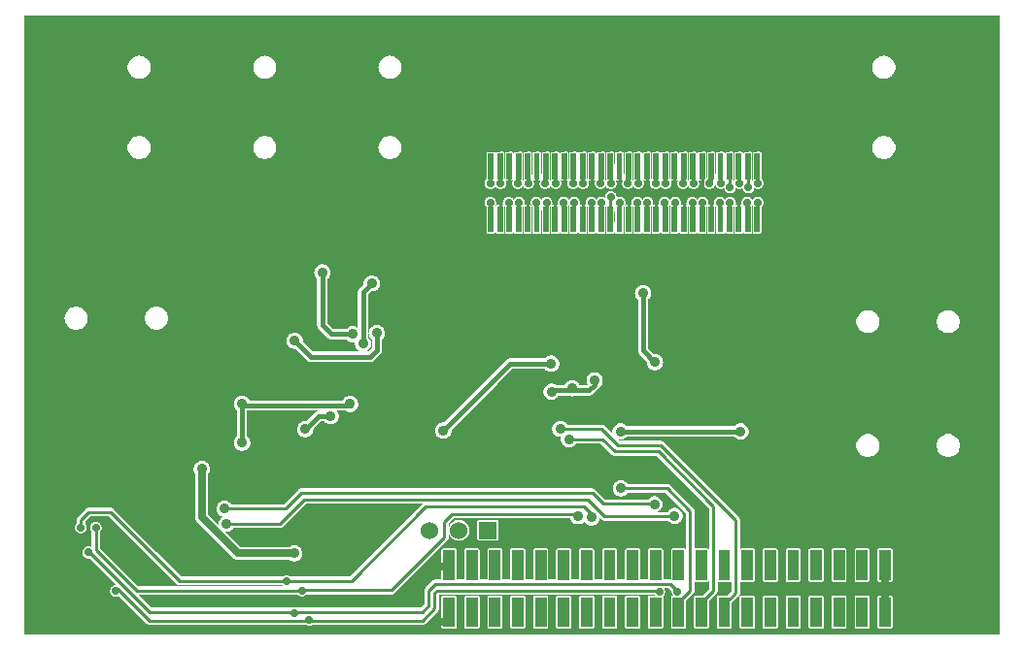
<source format=gbr>
G04 start of page 3 for group 5 idx 5 *
G04 Title: 96Boards CE I2S Mezzanine, bottom *
G04 Creator: pcb 20140316 *
G04 CreationDate: Mon 17 Sep 2018 12:34:06 PM GMT UTC *
G04 For: adam *
G04 Format: Gerber/RS-274X *
G04 PCB-Dimensions (mm): 85.00 54.00 *
G04 PCB-Coordinate-Origin: lower left *
%MOMM*%
%FSLAX43Y43*%
%LNBOTTOM*%
%ADD57C,0.965*%
%ADD56C,1.200*%
%ADD55C,1.500*%
%ADD54C,0.800*%
%ADD53C,0.889*%
%ADD52C,0.508*%
%ADD51C,0.300*%
%ADD50C,2.500*%
%ADD49C,0.914*%
%ADD48C,0.700*%
%ADD47C,5.000*%
%ADD46R,1.000X1.000*%
%ADD45R,0.500X0.500*%
%ADD44C,1.524*%
%ADD43C,0.400*%
%ADD42C,0.635*%
%ADD41C,0.254*%
%ADD40C,0.002*%
G54D40*G36*
X9998Y7653D02*X13250Y4401D01*
X13260Y4390D01*
X13305Y4351D01*
X13305Y4351D01*
X13356Y4319D01*
X13412Y4297D01*
X13470Y4283D01*
X13530Y4278D01*
X13545Y4279D01*
X22521D01*
X22559Y4246D01*
X22584Y4231D01*
X9998D01*
Y7653D01*
G37*
G36*
X52742Y12379D02*X55872D01*
X57629Y10622D01*
Y7445D01*
X57613Y7463D01*
X57594Y7480D01*
X57573Y7493D01*
X57550Y7503D01*
X57525Y7509D01*
X57500Y7510D01*
X56475Y7509D01*
X56450Y7503D01*
X56427Y7493D01*
X56406Y7480D01*
X56387Y7463D01*
X56370Y7444D01*
X56357Y7423D01*
X56347Y7400D01*
X56341Y7375D01*
X56340Y7350D01*
X56341Y4795D01*
X56330Y4797D01*
X56270Y4802D01*
X56255Y4801D01*
X55660D01*
X55659Y7375D01*
X55653Y7400D01*
X55643Y7423D01*
X55630Y7444D01*
X55613Y7463D01*
X55594Y7480D01*
X55573Y7493D01*
X55550Y7503D01*
X55525Y7509D01*
X55500Y7510D01*
X54475Y7509D01*
X54450Y7503D01*
X54427Y7493D01*
X54406Y7480D01*
X54387Y7463D01*
X54370Y7444D01*
X54357Y7423D01*
X54347Y7400D01*
X54341Y7375D01*
X54340Y7350D01*
X54341Y4801D01*
X53660D01*
X53659Y7375D01*
X53653Y7400D01*
X53643Y7423D01*
X53630Y7444D01*
X53613Y7463D01*
X53594Y7480D01*
X53573Y7493D01*
X53550Y7503D01*
X53525Y7509D01*
X53500Y7510D01*
X52742Y7509D01*
Y9949D01*
X56088D01*
X56093Y9941D01*
X56166Y9856D01*
X56251Y9783D01*
X56346Y9724D01*
X56450Y9682D01*
X56558Y9655D01*
X56670Y9647D01*
X56782Y9655D01*
X56890Y9682D01*
X56994Y9724D01*
X57089Y9783D01*
X57174Y9856D01*
X57247Y9941D01*
X57306Y10036D01*
X57348Y10140D01*
X57375Y10248D01*
X57381Y10360D01*
X57375Y10472D01*
X57348Y10580D01*
X57306Y10684D01*
X57247Y10779D01*
X57174Y10864D01*
X57089Y10937D01*
X56994Y10996D01*
X56890Y11038D01*
X56782Y11065D01*
X56670Y11073D01*
X56558Y11065D01*
X56450Y11038D01*
X56346Y10996D01*
X56251Y10937D01*
X56166Y10864D01*
X56093Y10779D01*
X56051Y10711D01*
X55143D01*
X55224Y10744D01*
X55319Y10803D01*
X55404Y10876D01*
X55477Y10961D01*
X55536Y11056D01*
X55578Y11160D01*
X55605Y11268D01*
X55611Y11380D01*
X55605Y11492D01*
X55578Y11600D01*
X55536Y11704D01*
X55477Y11799D01*
X55404Y11884D01*
X55319Y11957D01*
X55224Y12016D01*
X55120Y12058D01*
X55012Y12085D01*
X54900Y12093D01*
X54788Y12085D01*
X54680Y12058D01*
X54576Y12016D01*
X54481Y11957D01*
X54396Y11884D01*
X54323Y11799D01*
X54312Y11781D01*
X52742D01*
Y12379D01*
G37*
G36*
Y15599D02*X55082D01*
X59639Y11042D01*
Y7429D01*
X59630Y7444D01*
X59613Y7463D01*
X59594Y7480D01*
X59573Y7493D01*
X59550Y7503D01*
X59525Y7509D01*
X59500Y7510D01*
X58475Y7509D01*
X58450Y7503D01*
X58427Y7493D01*
X58406Y7480D01*
X58391Y7467D01*
Y10765D01*
X58392Y10780D01*
X58387Y10840D01*
X58387Y10840D01*
X58373Y10898D01*
X58351Y10954D01*
X58319Y11005D01*
X58280Y11050D01*
X58269Y11060D01*
X56310Y13019D01*
X56300Y13030D01*
X56255Y13069D01*
X56204Y13101D01*
X56148Y13123D01*
X56090Y13137D01*
X56030Y13142D01*
X56015Y13141D01*
X52742D01*
Y15599D01*
G37*
G36*
X54429Y3459D02*X54926D01*
X54969Y3409D01*
X54475Y3409D01*
X54450Y3403D01*
X54429Y3394D01*
Y3459D01*
G37*
G36*
X80498Y54000D02*X85000D01*
Y0D01*
X80498D01*
Y15493D01*
X80500Y15493D01*
X80658Y15505D01*
X80811Y15542D01*
X80957Y15603D01*
X81092Y15685D01*
X81212Y15788D01*
X81315Y15908D01*
X81397Y16043D01*
X81458Y16189D01*
X81495Y16342D01*
X81504Y16500D01*
X81495Y16658D01*
X81458Y16811D01*
X81397Y16957D01*
X81315Y17092D01*
X81212Y17212D01*
X81092Y17315D01*
X80957Y17397D01*
X80811Y17458D01*
X80658Y17495D01*
X80500Y17507D01*
X80498Y17507D01*
Y26293D01*
X80500Y26293D01*
X80658Y26305D01*
X80811Y26342D01*
X80957Y26403D01*
X81092Y26485D01*
X81212Y26588D01*
X81315Y26708D01*
X81397Y26843D01*
X81458Y26989D01*
X81495Y27142D01*
X81504Y27300D01*
X81495Y27458D01*
X81458Y27611D01*
X81397Y27757D01*
X81315Y27892D01*
X81212Y28012D01*
X81092Y28115D01*
X80957Y28197D01*
X80811Y28258D01*
X80658Y28295D01*
X80500Y28307D01*
X80498Y28307D01*
Y54000D01*
G37*
G36*
X74898D02*X80498D01*
Y28307D01*
X80342Y28295D01*
X80189Y28258D01*
X80043Y28197D01*
X79908Y28115D01*
X79788Y28012D01*
X79685Y27892D01*
X79603Y27757D01*
X79542Y27611D01*
X79505Y27458D01*
X79493Y27300D01*
X79505Y27142D01*
X79542Y26989D01*
X79603Y26843D01*
X79685Y26708D01*
X79788Y26588D01*
X79908Y26485D01*
X80043Y26403D01*
X80189Y26342D01*
X80342Y26305D01*
X80498Y26293D01*
Y17507D01*
X80342Y17495D01*
X80189Y17458D01*
X80043Y17397D01*
X79908Y17315D01*
X79788Y17212D01*
X79685Y17092D01*
X79603Y16957D01*
X79542Y16811D01*
X79505Y16658D01*
X79493Y16500D01*
X79505Y16342D01*
X79542Y16189D01*
X79603Y16043D01*
X79685Y15908D01*
X79788Y15788D01*
X79908Y15685D01*
X80043Y15603D01*
X80189Y15542D01*
X80342Y15505D01*
X80498Y15493D01*
Y0D01*
X74898D01*
Y491D01*
X75525Y491D01*
X75550Y497D01*
X75573Y507D01*
X75594Y520D01*
X75613Y537D01*
X75630Y556D01*
X75643Y577D01*
X75653Y600D01*
X75659Y625D01*
X75660Y650D01*
X75659Y3275D01*
X75653Y3300D01*
X75643Y3323D01*
X75630Y3344D01*
X75613Y3363D01*
X75594Y3380D01*
X75573Y3393D01*
X75550Y3403D01*
X75525Y3409D01*
X75500Y3410D01*
X74898Y3409D01*
Y4591D01*
X75525Y4591D01*
X75550Y4597D01*
X75573Y4607D01*
X75594Y4620D01*
X75613Y4637D01*
X75630Y4656D01*
X75643Y4677D01*
X75653Y4700D01*
X75659Y4725D01*
X75660Y4750D01*
X75659Y7375D01*
X75653Y7400D01*
X75643Y7423D01*
X75630Y7444D01*
X75613Y7463D01*
X75594Y7480D01*
X75573Y7493D01*
X75550Y7503D01*
X75525Y7509D01*
X75500Y7510D01*
X74898Y7509D01*
Y41493D01*
X74900Y41493D01*
X75058Y41505D01*
X75211Y41542D01*
X75357Y41603D01*
X75492Y41685D01*
X75612Y41788D01*
X75715Y41908D01*
X75797Y42043D01*
X75858Y42189D01*
X75895Y42342D01*
X75904Y42500D01*
X75895Y42658D01*
X75858Y42811D01*
X75797Y42957D01*
X75715Y43092D01*
X75612Y43212D01*
X75492Y43315D01*
X75357Y43397D01*
X75211Y43458D01*
X75058Y43495D01*
X74900Y43507D01*
X74898Y43507D01*
Y48493D01*
X74900Y48493D01*
X75058Y48505D01*
X75211Y48542D01*
X75357Y48603D01*
X75492Y48685D01*
X75612Y48788D01*
X75715Y48908D01*
X75797Y49043D01*
X75858Y49189D01*
X75895Y49342D01*
X75904Y49500D01*
X75895Y49658D01*
X75858Y49811D01*
X75797Y49957D01*
X75715Y50092D01*
X75612Y50212D01*
X75492Y50315D01*
X75357Y50397D01*
X75211Y50458D01*
X75058Y50495D01*
X74900Y50507D01*
X74898Y50507D01*
Y54000D01*
G37*
G36*
X73498D02*X74898D01*
Y50507D01*
X74742Y50495D01*
X74589Y50458D01*
X74443Y50397D01*
X74308Y50315D01*
X74188Y50212D01*
X74085Y50092D01*
X74003Y49957D01*
X73942Y49811D01*
X73905Y49658D01*
X73893Y49500D01*
X73905Y49342D01*
X73942Y49189D01*
X74003Y49043D01*
X74085Y48908D01*
X74188Y48788D01*
X74308Y48685D01*
X74443Y48603D01*
X74589Y48542D01*
X74742Y48505D01*
X74898Y48493D01*
Y43507D01*
X74742Y43495D01*
X74589Y43458D01*
X74443Y43397D01*
X74308Y43315D01*
X74188Y43212D01*
X74085Y43092D01*
X74003Y42957D01*
X73942Y42811D01*
X73905Y42658D01*
X73893Y42500D01*
X73905Y42342D01*
X73942Y42189D01*
X74003Y42043D01*
X74085Y41908D01*
X74188Y41788D01*
X74308Y41685D01*
X74443Y41603D01*
X74589Y41542D01*
X74742Y41505D01*
X74898Y41493D01*
Y7509D01*
X74475Y7509D01*
X74450Y7503D01*
X74427Y7493D01*
X74406Y7480D01*
X74387Y7463D01*
X74370Y7444D01*
X74357Y7423D01*
X74347Y7400D01*
X74341Y7375D01*
X74340Y7350D01*
X74341Y4725D01*
X74347Y4700D01*
X74357Y4677D01*
X74370Y4656D01*
X74387Y4637D01*
X74406Y4620D01*
X74427Y4607D01*
X74450Y4597D01*
X74475Y4591D01*
X74500Y4590D01*
X74898Y4591D01*
Y3409D01*
X74475Y3409D01*
X74450Y3403D01*
X74427Y3393D01*
X74406Y3380D01*
X74387Y3363D01*
X74370Y3344D01*
X74357Y3323D01*
X74347Y3300D01*
X74341Y3275D01*
X74340Y3250D01*
X74341Y625D01*
X74347Y600D01*
X74357Y577D01*
X74370Y556D01*
X74387Y537D01*
X74406Y520D01*
X74427Y507D01*
X74450Y497D01*
X74475Y491D01*
X74500Y490D01*
X74898Y491D01*
Y0D01*
X73498D01*
Y491D01*
X73525Y491D01*
X73550Y497D01*
X73573Y507D01*
X73594Y520D01*
X73613Y537D01*
X73630Y556D01*
X73643Y577D01*
X73653Y600D01*
X73659Y625D01*
X73660Y650D01*
X73659Y3275D01*
X73653Y3300D01*
X73643Y3323D01*
X73630Y3344D01*
X73613Y3363D01*
X73594Y3380D01*
X73573Y3393D01*
X73550Y3403D01*
X73525Y3409D01*
X73500Y3410D01*
X73498Y3410D01*
Y4591D01*
X73525Y4591D01*
X73550Y4597D01*
X73573Y4607D01*
X73594Y4620D01*
X73613Y4637D01*
X73630Y4656D01*
X73643Y4677D01*
X73653Y4700D01*
X73659Y4725D01*
X73660Y4750D01*
X73659Y7375D01*
X73653Y7400D01*
X73643Y7423D01*
X73630Y7444D01*
X73613Y7463D01*
X73594Y7480D01*
X73573Y7493D01*
X73550Y7503D01*
X73525Y7509D01*
X73500Y7510D01*
X73498Y7510D01*
Y15493D01*
X73500Y15493D01*
X73658Y15505D01*
X73811Y15542D01*
X73957Y15603D01*
X74092Y15685D01*
X74212Y15788D01*
X74315Y15908D01*
X74397Y16043D01*
X74458Y16189D01*
X74495Y16342D01*
X74504Y16500D01*
X74495Y16658D01*
X74458Y16811D01*
X74397Y16957D01*
X74315Y17092D01*
X74212Y17212D01*
X74092Y17315D01*
X73957Y17397D01*
X73811Y17458D01*
X73658Y17495D01*
X73500Y17507D01*
X73498Y17507D01*
Y26293D01*
X73500Y26293D01*
X73658Y26305D01*
X73811Y26342D01*
X73957Y26403D01*
X74092Y26485D01*
X74212Y26588D01*
X74315Y26708D01*
X74397Y26843D01*
X74458Y26989D01*
X74495Y27142D01*
X74504Y27300D01*
X74495Y27458D01*
X74458Y27611D01*
X74397Y27757D01*
X74315Y27892D01*
X74212Y28012D01*
X74092Y28115D01*
X73957Y28197D01*
X73811Y28258D01*
X73658Y28295D01*
X73500Y28307D01*
X73498Y28307D01*
Y54000D01*
G37*
G36*
X71000D02*X73498D01*
Y28307D01*
X73342Y28295D01*
X73189Y28258D01*
X73043Y28197D01*
X72908Y28115D01*
X72788Y28012D01*
X72685Y27892D01*
X72603Y27757D01*
X72542Y27611D01*
X72505Y27458D01*
X72493Y27300D01*
X72505Y27142D01*
X72542Y26989D01*
X72603Y26843D01*
X72685Y26708D01*
X72788Y26588D01*
X72908Y26485D01*
X73043Y26403D01*
X73189Y26342D01*
X73342Y26305D01*
X73498Y26293D01*
Y17507D01*
X73342Y17495D01*
X73189Y17458D01*
X73043Y17397D01*
X72908Y17315D01*
X72788Y17212D01*
X72685Y17092D01*
X72603Y16957D01*
X72542Y16811D01*
X72505Y16658D01*
X72493Y16500D01*
X72505Y16342D01*
X72542Y16189D01*
X72603Y16043D01*
X72685Y15908D01*
X72788Y15788D01*
X72908Y15685D01*
X73043Y15603D01*
X73189Y15542D01*
X73342Y15505D01*
X73498Y15493D01*
Y7510D01*
X72475Y7509D01*
X72450Y7503D01*
X72427Y7493D01*
X72406Y7480D01*
X72387Y7463D01*
X72370Y7444D01*
X72357Y7423D01*
X72347Y7400D01*
X72341Y7375D01*
X72340Y7350D01*
X72341Y4725D01*
X72347Y4700D01*
X72357Y4677D01*
X72370Y4656D01*
X72387Y4637D01*
X72406Y4620D01*
X72427Y4607D01*
X72450Y4597D01*
X72475Y4591D01*
X72500Y4590D01*
X73498Y4591D01*
Y3410D01*
X72475Y3409D01*
X72450Y3403D01*
X72427Y3393D01*
X72406Y3380D01*
X72387Y3363D01*
X72370Y3344D01*
X72357Y3323D01*
X72347Y3300D01*
X72341Y3275D01*
X72340Y3250D01*
X72341Y625D01*
X72347Y600D01*
X72357Y577D01*
X72370Y556D01*
X72387Y537D01*
X72406Y520D01*
X72427Y507D01*
X72450Y497D01*
X72475Y491D01*
X72500Y490D01*
X73498Y491D01*
Y0D01*
X71000D01*
Y491D01*
X71525Y491D01*
X71550Y497D01*
X71573Y507D01*
X71594Y520D01*
X71613Y537D01*
X71630Y556D01*
X71643Y577D01*
X71653Y600D01*
X71659Y625D01*
X71660Y650D01*
X71659Y3275D01*
X71653Y3300D01*
X71643Y3323D01*
X71630Y3344D01*
X71613Y3363D01*
X71594Y3380D01*
X71573Y3393D01*
X71550Y3403D01*
X71525Y3409D01*
X71500Y3410D01*
X71000Y3409D01*
Y4591D01*
X71525Y4591D01*
X71550Y4597D01*
X71573Y4607D01*
X71594Y4620D01*
X71613Y4637D01*
X71630Y4656D01*
X71643Y4677D01*
X71653Y4700D01*
X71659Y4725D01*
X71660Y4750D01*
X71659Y7375D01*
X71653Y7400D01*
X71643Y7423D01*
X71630Y7444D01*
X71613Y7463D01*
X71594Y7480D01*
X71573Y7493D01*
X71550Y7503D01*
X71525Y7509D01*
X71500Y7510D01*
X71000Y7509D01*
Y54000D01*
G37*
G36*
X69000D02*X71000D01*
Y7509D01*
X70475Y7509D01*
X70450Y7503D01*
X70427Y7493D01*
X70406Y7480D01*
X70387Y7463D01*
X70370Y7444D01*
X70357Y7423D01*
X70347Y7400D01*
X70341Y7375D01*
X70340Y7350D01*
X70341Y4725D01*
X70347Y4700D01*
X70357Y4677D01*
X70370Y4656D01*
X70387Y4637D01*
X70406Y4620D01*
X70427Y4607D01*
X70450Y4597D01*
X70475Y4591D01*
X70500Y4590D01*
X71000Y4591D01*
Y3409D01*
X70475Y3409D01*
X70450Y3403D01*
X70427Y3393D01*
X70406Y3380D01*
X70387Y3363D01*
X70370Y3344D01*
X70357Y3323D01*
X70347Y3300D01*
X70341Y3275D01*
X70340Y3250D01*
X70341Y625D01*
X70347Y600D01*
X70357Y577D01*
X70370Y556D01*
X70387Y537D01*
X70406Y520D01*
X70427Y507D01*
X70450Y497D01*
X70475Y491D01*
X70500Y490D01*
X71000Y491D01*
Y0D01*
X69000D01*
Y491D01*
X69525Y491D01*
X69550Y497D01*
X69573Y507D01*
X69594Y520D01*
X69613Y537D01*
X69630Y556D01*
X69643Y577D01*
X69653Y600D01*
X69659Y625D01*
X69660Y650D01*
X69659Y3275D01*
X69653Y3300D01*
X69643Y3323D01*
X69630Y3344D01*
X69613Y3363D01*
X69594Y3380D01*
X69573Y3393D01*
X69550Y3403D01*
X69525Y3409D01*
X69500Y3410D01*
X69000Y3409D01*
Y4591D01*
X69525Y4591D01*
X69550Y4597D01*
X69573Y4607D01*
X69594Y4620D01*
X69613Y4637D01*
X69630Y4656D01*
X69643Y4677D01*
X69653Y4700D01*
X69659Y4725D01*
X69660Y4750D01*
X69659Y7375D01*
X69653Y7400D01*
X69643Y7423D01*
X69630Y7444D01*
X69613Y7463D01*
X69594Y7480D01*
X69573Y7493D01*
X69550Y7503D01*
X69525Y7509D01*
X69500Y7510D01*
X69000Y7509D01*
Y54000D01*
G37*
G36*
X67000D02*X69000D01*
Y7509D01*
X68475Y7509D01*
X68450Y7503D01*
X68427Y7493D01*
X68406Y7480D01*
X68387Y7463D01*
X68370Y7444D01*
X68357Y7423D01*
X68347Y7400D01*
X68341Y7375D01*
X68340Y7350D01*
X68341Y4725D01*
X68347Y4700D01*
X68357Y4677D01*
X68370Y4656D01*
X68387Y4637D01*
X68406Y4620D01*
X68427Y4607D01*
X68450Y4597D01*
X68475Y4591D01*
X68500Y4590D01*
X69000Y4591D01*
Y3409D01*
X68475Y3409D01*
X68450Y3403D01*
X68427Y3393D01*
X68406Y3380D01*
X68387Y3363D01*
X68370Y3344D01*
X68357Y3323D01*
X68347Y3300D01*
X68341Y3275D01*
X68340Y3250D01*
X68341Y625D01*
X68347Y600D01*
X68357Y577D01*
X68370Y556D01*
X68387Y537D01*
X68406Y520D01*
X68427Y507D01*
X68450Y497D01*
X68475Y491D01*
X68500Y490D01*
X69000Y491D01*
Y0D01*
X67000D01*
Y491D01*
X67525Y491D01*
X67550Y497D01*
X67573Y507D01*
X67594Y520D01*
X67613Y537D01*
X67630Y556D01*
X67643Y577D01*
X67653Y600D01*
X67659Y625D01*
X67660Y650D01*
X67659Y3275D01*
X67653Y3300D01*
X67643Y3323D01*
X67630Y3344D01*
X67613Y3363D01*
X67594Y3380D01*
X67573Y3393D01*
X67550Y3403D01*
X67525Y3409D01*
X67500Y3410D01*
X67000Y3409D01*
Y4591D01*
X67525Y4591D01*
X67550Y4597D01*
X67573Y4607D01*
X67594Y4620D01*
X67613Y4637D01*
X67630Y4656D01*
X67643Y4677D01*
X67653Y4700D01*
X67659Y4725D01*
X67660Y4750D01*
X67659Y7375D01*
X67653Y7400D01*
X67643Y7423D01*
X67630Y7444D01*
X67613Y7463D01*
X67594Y7480D01*
X67573Y7493D01*
X67550Y7503D01*
X67525Y7509D01*
X67500Y7510D01*
X67000Y7509D01*
Y54000D01*
G37*
G36*
X65000D02*X67000D01*
Y7509D01*
X66475Y7509D01*
X66450Y7503D01*
X66427Y7493D01*
X66406Y7480D01*
X66387Y7463D01*
X66370Y7444D01*
X66357Y7423D01*
X66347Y7400D01*
X66341Y7375D01*
X66340Y7350D01*
X66341Y4725D01*
X66347Y4700D01*
X66357Y4677D01*
X66370Y4656D01*
X66387Y4637D01*
X66406Y4620D01*
X66427Y4607D01*
X66450Y4597D01*
X66475Y4591D01*
X66500Y4590D01*
X67000Y4591D01*
Y3409D01*
X66475Y3409D01*
X66450Y3403D01*
X66427Y3393D01*
X66406Y3380D01*
X66387Y3363D01*
X66370Y3344D01*
X66357Y3323D01*
X66347Y3300D01*
X66341Y3275D01*
X66340Y3250D01*
X66341Y625D01*
X66347Y600D01*
X66357Y577D01*
X66370Y556D01*
X66387Y537D01*
X66406Y520D01*
X66427Y507D01*
X66450Y497D01*
X66475Y491D01*
X66500Y490D01*
X67000Y491D01*
Y0D01*
X65000D01*
Y491D01*
X65525Y491D01*
X65550Y497D01*
X65573Y507D01*
X65594Y520D01*
X65613Y537D01*
X65630Y556D01*
X65643Y577D01*
X65653Y600D01*
X65659Y625D01*
X65660Y650D01*
X65659Y3275D01*
X65653Y3300D01*
X65643Y3323D01*
X65630Y3344D01*
X65613Y3363D01*
X65594Y3380D01*
X65573Y3393D01*
X65550Y3403D01*
X65525Y3409D01*
X65500Y3410D01*
X65000Y3409D01*
Y4591D01*
X65525Y4591D01*
X65550Y4597D01*
X65573Y4607D01*
X65594Y4620D01*
X65613Y4637D01*
X65630Y4656D01*
X65643Y4677D01*
X65653Y4700D01*
X65659Y4725D01*
X65660Y4750D01*
X65659Y7375D01*
X65653Y7400D01*
X65643Y7423D01*
X65630Y7444D01*
X65613Y7463D01*
X65594Y7480D01*
X65573Y7493D01*
X65550Y7503D01*
X65525Y7509D01*
X65500Y7510D01*
X65000Y7509D01*
Y54000D01*
G37*
G36*
X63000D02*X65000D01*
Y7509D01*
X64475Y7509D01*
X64450Y7503D01*
X64427Y7493D01*
X64406Y7480D01*
X64387Y7463D01*
X64370Y7444D01*
X64357Y7423D01*
X64347Y7400D01*
X64341Y7375D01*
X64340Y7350D01*
X64341Y4725D01*
X64347Y4700D01*
X64357Y4677D01*
X64370Y4656D01*
X64387Y4637D01*
X64406Y4620D01*
X64427Y4607D01*
X64450Y4597D01*
X64475Y4591D01*
X64500Y4590D01*
X65000Y4591D01*
Y3409D01*
X64475Y3409D01*
X64450Y3403D01*
X64427Y3393D01*
X64406Y3380D01*
X64387Y3363D01*
X64370Y3344D01*
X64357Y3323D01*
X64347Y3300D01*
X64341Y3275D01*
X64340Y3250D01*
X64341Y625D01*
X64347Y600D01*
X64357Y577D01*
X64370Y556D01*
X64387Y537D01*
X64406Y520D01*
X64427Y507D01*
X64450Y497D01*
X64475Y491D01*
X64500Y490D01*
X65000Y491D01*
Y0D01*
X63000D01*
Y491D01*
X63525Y491D01*
X63550Y497D01*
X63573Y507D01*
X63594Y520D01*
X63613Y537D01*
X63630Y556D01*
X63643Y577D01*
X63653Y600D01*
X63659Y625D01*
X63660Y650D01*
X63659Y3275D01*
X63653Y3300D01*
X63643Y3323D01*
X63630Y3344D01*
X63613Y3363D01*
X63594Y3380D01*
X63573Y3393D01*
X63550Y3403D01*
X63525Y3409D01*
X63500Y3410D01*
X63000Y3409D01*
Y4591D01*
X63525Y4591D01*
X63550Y4597D01*
X63573Y4607D01*
X63594Y4620D01*
X63613Y4637D01*
X63630Y4656D01*
X63643Y4677D01*
X63653Y4700D01*
X63659Y4725D01*
X63660Y4750D01*
X63659Y7375D01*
X63653Y7400D01*
X63643Y7423D01*
X63630Y7444D01*
X63613Y7463D01*
X63594Y7480D01*
X63573Y7493D01*
X63550Y7503D01*
X63525Y7509D01*
X63500Y7510D01*
X63000Y7509D01*
Y17325D01*
X63056Y17416D01*
X63098Y17520D01*
X63125Y17628D01*
X63131Y17740D01*
X63125Y17852D01*
X63098Y17960D01*
X63056Y18064D01*
X63000Y18155D01*
Y34975D01*
X63320Y34976D01*
X63339Y34981D01*
X63357Y34988D01*
X63374Y34999D01*
X63389Y35011D01*
X63401Y35026D01*
X63412Y35043D01*
X63419Y35061D01*
X63424Y35080D01*
X63425Y35100D01*
X63424Y36876D01*
X63427Y36890D01*
X63431Y36950D01*
Y37427D01*
X63450Y37458D01*
X63469Y37427D01*
Y36900D01*
X63473Y36840D01*
X63475Y36829D01*
X63476Y35080D01*
X63481Y35061D01*
X63488Y35043D01*
X63499Y35026D01*
X63511Y35011D01*
X63526Y34999D01*
X63543Y34988D01*
X63561Y34981D01*
X63580Y34976D01*
X63600Y34975D01*
X64120Y34976D01*
X64139Y34981D01*
X64157Y34988D01*
X64174Y34999D01*
X64189Y35011D01*
X64201Y35026D01*
X64212Y35043D01*
X64219Y35061D01*
X64224Y35080D01*
X64225Y35100D01*
X64224Y36826D01*
X64227Y36840D01*
X64231Y36900D01*
Y37312D01*
X64262Y37338D01*
X64314Y37399D01*
X64356Y37468D01*
X64387Y37542D01*
X64405Y37620D01*
X64410Y37700D01*
X64405Y37780D01*
X64387Y37858D01*
X64356Y37932D01*
X64314Y38001D01*
X64262Y38062D01*
X64201Y38114D01*
X64132Y38156D01*
X64058Y38187D01*
X63980Y38205D01*
X63900Y38212D01*
X63820Y38205D01*
X63742Y38187D01*
X63668Y38156D01*
X63599Y38114D01*
X63538Y38062D01*
X63486Y38001D01*
X63450Y37942D01*
X63414Y38001D01*
X63362Y38062D01*
X63301Y38114D01*
X63232Y38156D01*
X63158Y38187D01*
X63080Y38205D01*
X63000Y38212D01*
Y38500D01*
X63020Y38495D01*
X63100Y38488D01*
X63180Y38495D01*
X63258Y38513D01*
X63332Y38544D01*
X63401Y38586D01*
X63462Y38638D01*
X63514Y38699D01*
X63556Y38768D01*
X63587Y38842D01*
X63605Y38920D01*
X63609Y38980D01*
X63668Y38944D01*
X63742Y38913D01*
X63820Y38895D01*
X63900Y38888D01*
X63980Y38895D01*
X64058Y38913D01*
X64132Y38944D01*
X64201Y38986D01*
X64262Y39038D01*
X64314Y39099D01*
X64356Y39168D01*
X64387Y39242D01*
X64405Y39320D01*
X64410Y39400D01*
X64405Y39480D01*
X64387Y39558D01*
X64356Y39632D01*
X64314Y39701D01*
X64262Y39762D01*
X64231Y39788D01*
Y40150D01*
X64227Y40210D01*
X64225Y40221D01*
X64224Y42020D01*
X64219Y42039D01*
X64212Y42057D01*
X64201Y42074D01*
X64189Y42089D01*
X64174Y42101D01*
X64157Y42112D01*
X64139Y42119D01*
X64120Y42124D01*
X64100Y42125D01*
X63580Y42124D01*
X63561Y42119D01*
X63543Y42112D01*
X63526Y42101D01*
X63511Y42089D01*
X63499Y42074D01*
X63488Y42057D01*
X63481Y42039D01*
X63476Y42020D01*
X63475Y42000D01*
X63476Y40224D01*
X63473Y40210D01*
X63469Y40150D01*
Y39673D01*
X63444Y39632D01*
X63431Y39600D01*
Y40200D01*
X63427Y40260D01*
X63425Y40271D01*
X63424Y42020D01*
X63419Y42039D01*
X63412Y42057D01*
X63401Y42074D01*
X63389Y42089D01*
X63374Y42101D01*
X63357Y42112D01*
X63339Y42119D01*
X63320Y42124D01*
X63300Y42125D01*
X63000Y42124D01*
Y54000D01*
G37*
G36*
Y38212D02*X62920Y38205D01*
X62842Y38187D01*
X62768Y38156D01*
X62699Y38114D01*
X62638Y38062D01*
X62586Y38001D01*
X62544Y37932D01*
X62513Y37858D01*
X62495Y37780D01*
X62488Y37700D01*
X62495Y37620D01*
X62513Y37542D01*
X62544Y37468D01*
X62545Y37467D01*
X62539Y37469D01*
X62520Y37474D01*
X62500Y37475D01*
X61980Y37474D01*
X61961Y37469D01*
X61955Y37467D01*
X61956Y37468D01*
X61987Y37542D01*
X62005Y37620D01*
X62010Y37700D01*
X62005Y37780D01*
X61987Y37858D01*
X61956Y37932D01*
X61914Y38001D01*
X61862Y38062D01*
X61801Y38114D01*
X61732Y38156D01*
X61658Y38187D01*
X61580Y38205D01*
X61500Y38212D01*
X61420Y38205D01*
X61342Y38187D01*
X61268Y38156D01*
X61199Y38114D01*
X61138Y38062D01*
X61086Y38001D01*
X61050Y37942D01*
X61014Y38001D01*
X60962Y38062D01*
X60901Y38114D01*
X60832Y38156D01*
X60758Y38187D01*
X60680Y38205D01*
X60600Y38212D01*
X60520Y38205D01*
X60442Y38187D01*
X60368Y38156D01*
X60299Y38114D01*
X60238Y38062D01*
X60186Y38001D01*
X60144Y37932D01*
X60113Y37858D01*
X60095Y37780D01*
X60088Y37700D01*
X60095Y37620D01*
X60113Y37542D01*
X60144Y37468D01*
X60145Y37467D01*
X60139Y37469D01*
X60120Y37474D01*
X60100Y37475D01*
X59580Y37474D01*
X59561Y37469D01*
X59555Y37467D01*
X59556Y37468D01*
X59587Y37542D01*
X59605Y37620D01*
X59610Y37700D01*
X59605Y37780D01*
X59587Y37858D01*
X59556Y37932D01*
X59514Y38001D01*
X59462Y38062D01*
X59401Y38114D01*
X59332Y38156D01*
X59258Y38187D01*
X59180Y38205D01*
X59100Y38212D01*
X59020Y38205D01*
X58942Y38187D01*
X58868Y38156D01*
X58799Y38114D01*
X58738Y38062D01*
X58686Y38001D01*
X58650Y37942D01*
X58614Y38001D01*
X58562Y38062D01*
X58501Y38114D01*
X58432Y38156D01*
X58358Y38187D01*
X58280Y38205D01*
X58200Y38212D01*
X58120Y38205D01*
X58042Y38187D01*
X57968Y38156D01*
X57899Y38114D01*
X57838Y38062D01*
X57786Y38001D01*
X57744Y37932D01*
X57713Y37858D01*
X57695Y37780D01*
X57688Y37700D01*
X57695Y37620D01*
X57713Y37542D01*
X57744Y37468D01*
X57745Y37467D01*
X57739Y37469D01*
X57720Y37474D01*
X57700Y37475D01*
X57180Y37474D01*
X57161Y37469D01*
X57155Y37467D01*
X57156Y37468D01*
X57187Y37542D01*
X57205Y37620D01*
X57210Y37700D01*
X57205Y37780D01*
X57187Y37858D01*
X57156Y37932D01*
X57114Y38001D01*
X57062Y38062D01*
X57001Y38114D01*
X56932Y38156D01*
X56858Y38187D01*
X56780Y38205D01*
X56700Y38212D01*
X56620Y38205D01*
X56542Y38187D01*
X56468Y38156D01*
X56399Y38114D01*
X56338Y38062D01*
X56286Y38001D01*
X56250Y37942D01*
X56214Y38001D01*
X56162Y38062D01*
X56101Y38114D01*
X56032Y38156D01*
X55958Y38187D01*
X55880Y38205D01*
X55800Y38212D01*
X55720Y38205D01*
X55642Y38187D01*
X55568Y38156D01*
X55499Y38114D01*
X55438Y38062D01*
X55386Y38001D01*
X55344Y37932D01*
X55313Y37858D01*
X55295Y37780D01*
X55288Y37700D01*
X55295Y37620D01*
X55313Y37542D01*
X55344Y37468D01*
X55345Y37467D01*
X55339Y37469D01*
X55320Y37474D01*
X55300Y37475D01*
X54780Y37474D01*
X54761Y37469D01*
X54755Y37467D01*
X54756Y37468D01*
X54787Y37542D01*
X54805Y37620D01*
X54810Y37700D01*
X54805Y37780D01*
X54787Y37858D01*
X54756Y37932D01*
X54714Y38001D01*
X54662Y38062D01*
X54601Y38114D01*
X54532Y38156D01*
X54458Y38187D01*
X54429Y38194D01*
Y39626D01*
X54520Y39626D01*
X54539Y39631D01*
X54545Y39633D01*
X54544Y39632D01*
X54513Y39558D01*
X54495Y39480D01*
X54488Y39400D01*
X54495Y39320D01*
X54513Y39242D01*
X54544Y39168D01*
X54586Y39099D01*
X54638Y39038D01*
X54699Y38986D01*
X54768Y38944D01*
X54842Y38913D01*
X54920Y38895D01*
X55000Y38888D01*
X55080Y38895D01*
X55158Y38913D01*
X55232Y38944D01*
X55301Y38986D01*
X55362Y39038D01*
X55414Y39099D01*
X55450Y39158D01*
X55486Y39099D01*
X55538Y39038D01*
X55599Y38986D01*
X55668Y38944D01*
X55742Y38913D01*
X55820Y38895D01*
X55900Y38888D01*
X55980Y38895D01*
X56058Y38913D01*
X56132Y38944D01*
X56201Y38986D01*
X56262Y39038D01*
X56314Y39099D01*
X56356Y39168D01*
X56387Y39242D01*
X56405Y39320D01*
X56410Y39400D01*
X56405Y39480D01*
X56387Y39558D01*
X56356Y39632D01*
X56355Y39633D01*
X56361Y39631D01*
X56380Y39626D01*
X56400Y39625D01*
X56920Y39626D01*
X56939Y39631D01*
X56945Y39633D01*
X56944Y39632D01*
X56913Y39558D01*
X56895Y39480D01*
X56888Y39400D01*
X56895Y39320D01*
X56913Y39242D01*
X56944Y39168D01*
X56986Y39099D01*
X57038Y39038D01*
X57099Y38986D01*
X57168Y38944D01*
X57242Y38913D01*
X57320Y38895D01*
X57400Y38888D01*
X57480Y38895D01*
X57558Y38913D01*
X57632Y38944D01*
X57701Y38986D01*
X57762Y39038D01*
X57814Y39099D01*
X57850Y39158D01*
X57886Y39099D01*
X57938Y39038D01*
X57999Y38986D01*
X58068Y38944D01*
X58142Y38913D01*
X58220Y38895D01*
X58300Y38888D01*
X58380Y38895D01*
X58458Y38913D01*
X58532Y38944D01*
X58601Y38986D01*
X58662Y39038D01*
X58714Y39099D01*
X58756Y39168D01*
X58787Y39242D01*
X58805Y39320D01*
X58810Y39400D01*
X58805Y39480D01*
X58787Y39558D01*
X58756Y39632D01*
X58755Y39633D01*
X58761Y39631D01*
X58780Y39626D01*
X58800Y39625D01*
X59242Y39626D01*
X59213Y39558D01*
X59195Y39480D01*
X59188Y39400D01*
X59195Y39320D01*
X59213Y39242D01*
X59244Y39168D01*
X59286Y39099D01*
X59338Y39038D01*
X59399Y38986D01*
X59468Y38944D01*
X59542Y38913D01*
X59620Y38895D01*
X59700Y38888D01*
X59780Y38895D01*
X59858Y38913D01*
X59932Y38944D01*
X60001Y38986D01*
X60062Y39038D01*
X60114Y39099D01*
X60156Y39168D01*
X60187Y39242D01*
X60200Y39298D01*
X60213Y39242D01*
X60244Y39168D01*
X60286Y39099D01*
X60338Y39038D01*
X60399Y38986D01*
X60468Y38944D01*
X60542Y38913D01*
X60620Y38895D01*
X60700Y38888D01*
X60780Y38895D01*
X60858Y38913D01*
X60932Y38944D01*
X60990Y38980D01*
X60995Y38920D01*
X61013Y38842D01*
X61044Y38768D01*
X61086Y38699D01*
X61138Y38638D01*
X61199Y38586D01*
X61268Y38544D01*
X61342Y38513D01*
X61420Y38495D01*
X61500Y38488D01*
X61580Y38495D01*
X61658Y38513D01*
X61732Y38544D01*
X61801Y38586D01*
X61862Y38638D01*
X61914Y38699D01*
X61956Y38768D01*
X61987Y38842D01*
X62005Y38920D01*
X62009Y38980D01*
X62068Y38944D01*
X62142Y38913D01*
X62220Y38895D01*
X62300Y38888D01*
X62380Y38895D01*
X62458Y38913D01*
X62532Y38944D01*
X62590Y38980D01*
X62595Y38920D01*
X62613Y38842D01*
X62644Y38768D01*
X62686Y38699D01*
X62738Y38638D01*
X62799Y38586D01*
X62868Y38544D01*
X62942Y38513D01*
X63000Y38500D01*
Y38212D01*
G37*
G36*
Y18155D02*X62997Y18159D01*
X62924Y18244D01*
X62839Y18317D01*
X62744Y18376D01*
X62640Y18418D01*
X62532Y18445D01*
X62420Y18453D01*
X62308Y18445D01*
X62200Y18418D01*
X62096Y18376D01*
X62001Y18317D01*
X61916Y18244D01*
X61872Y18194D01*
X54429D01*
Y23285D01*
X54446Y23266D01*
X54531Y23193D01*
X54626Y23134D01*
X54730Y23092D01*
X54838Y23065D01*
X54950Y23057D01*
X55062Y23065D01*
X55170Y23092D01*
X55274Y23134D01*
X55369Y23193D01*
X55454Y23266D01*
X55527Y23351D01*
X55586Y23446D01*
X55628Y23550D01*
X55655Y23658D01*
X55661Y23770D01*
X55655Y23882D01*
X55628Y23990D01*
X55586Y24094D01*
X55527Y24189D01*
X55454Y24274D01*
X55369Y24347D01*
X55274Y24406D01*
X55170Y24448D01*
X55062Y24475D01*
X54950Y24483D01*
X54884Y24478D01*
X54429Y24933D01*
Y29312D01*
X54487Y29381D01*
X54546Y29476D01*
X54588Y29580D01*
X54615Y29688D01*
X54621Y29800D01*
X54615Y29912D01*
X54588Y30020D01*
X54546Y30124D01*
X54487Y30219D01*
X54429Y30288D01*
Y34976D01*
X54520Y34976D01*
X54539Y34981D01*
X54557Y34988D01*
X54574Y34999D01*
X54589Y35011D01*
X54601Y35026D01*
X54612Y35043D01*
X54619Y35061D01*
X54624Y35080D01*
X54625Y35100D01*
X54624Y36826D01*
X54627Y36840D01*
X54631Y36900D01*
Y37312D01*
X54662Y37338D01*
X54675Y37354D01*
X54675Y37350D01*
X54676Y35080D01*
X54681Y35061D01*
X54688Y35043D01*
X54699Y35026D01*
X54711Y35011D01*
X54726Y34999D01*
X54743Y34988D01*
X54761Y34981D01*
X54780Y34976D01*
X54800Y34975D01*
X55320Y34976D01*
X55339Y34981D01*
X55357Y34988D01*
X55374Y34999D01*
X55389Y35011D01*
X55401Y35026D01*
X55412Y35043D01*
X55419Y35061D01*
X55424Y35080D01*
X55425Y35100D01*
X55424Y37355D01*
X55438Y37338D01*
X55469Y37312D01*
Y36950D01*
X55473Y36890D01*
X55475Y36879D01*
X55476Y35080D01*
X55481Y35061D01*
X55488Y35043D01*
X55499Y35026D01*
X55511Y35011D01*
X55526Y34999D01*
X55543Y34988D01*
X55561Y34981D01*
X55580Y34976D01*
X55600Y34975D01*
X56120Y34976D01*
X56139Y34981D01*
X56157Y34988D01*
X56174Y34999D01*
X56189Y35011D01*
X56201Y35026D01*
X56212Y35043D01*
X56219Y35061D01*
X56224Y35080D01*
X56225Y35100D01*
X56224Y36876D01*
X56227Y36890D01*
X56231Y36950D01*
Y37427D01*
X56250Y37458D01*
X56269Y37427D01*
Y36900D01*
X56273Y36840D01*
X56275Y36829D01*
X56276Y35080D01*
X56281Y35061D01*
X56288Y35043D01*
X56299Y35026D01*
X56311Y35011D01*
X56326Y34999D01*
X56343Y34988D01*
X56361Y34981D01*
X56380Y34976D01*
X56400Y34975D01*
X56920Y34976D01*
X56939Y34981D01*
X56957Y34988D01*
X56974Y34999D01*
X56989Y35011D01*
X57001Y35026D01*
X57012Y35043D01*
X57019Y35061D01*
X57024Y35080D01*
X57025Y35100D01*
X57024Y36826D01*
X57027Y36840D01*
X57031Y36900D01*
Y37312D01*
X57062Y37338D01*
X57075Y37354D01*
X57075Y37350D01*
X57076Y35080D01*
X57081Y35061D01*
X57088Y35043D01*
X57099Y35026D01*
X57111Y35011D01*
X57126Y34999D01*
X57143Y34988D01*
X57161Y34981D01*
X57180Y34976D01*
X57200Y34975D01*
X57720Y34976D01*
X57739Y34981D01*
X57757Y34988D01*
X57774Y34999D01*
X57789Y35011D01*
X57801Y35026D01*
X57812Y35043D01*
X57819Y35061D01*
X57824Y35080D01*
X57825Y35100D01*
X57824Y37355D01*
X57838Y37338D01*
X57869Y37312D01*
Y36950D01*
X57873Y36890D01*
X57875Y36879D01*
X57876Y35080D01*
X57881Y35061D01*
X57888Y35043D01*
X57899Y35026D01*
X57911Y35011D01*
X57926Y34999D01*
X57943Y34988D01*
X57961Y34981D01*
X57980Y34976D01*
X58000Y34975D01*
X58520Y34976D01*
X58539Y34981D01*
X58557Y34988D01*
X58574Y34999D01*
X58589Y35011D01*
X58601Y35026D01*
X58612Y35043D01*
X58619Y35061D01*
X58624Y35080D01*
X58625Y35100D01*
X58624Y36876D01*
X58627Y36890D01*
X58631Y36950D01*
Y37427D01*
X58650Y37458D01*
X58669Y37427D01*
Y36950D01*
X58673Y36890D01*
X58675Y36879D01*
X58676Y35080D01*
X58681Y35061D01*
X58688Y35043D01*
X58699Y35026D01*
X58711Y35011D01*
X58726Y34999D01*
X58743Y34988D01*
X58761Y34981D01*
X58780Y34976D01*
X58800Y34975D01*
X59320Y34976D01*
X59339Y34981D01*
X59357Y34988D01*
X59374Y34999D01*
X59389Y35011D01*
X59401Y35026D01*
X59412Y35043D01*
X59419Y35061D01*
X59424Y35080D01*
X59425Y35100D01*
X59424Y36876D01*
X59427Y36890D01*
X59431Y36950D01*
Y37312D01*
X59462Y37338D01*
X59475Y37354D01*
X59475Y37350D01*
X59476Y35080D01*
X59481Y35061D01*
X59488Y35043D01*
X59499Y35026D01*
X59511Y35011D01*
X59526Y34999D01*
X59543Y34988D01*
X59561Y34981D01*
X59580Y34976D01*
X59600Y34975D01*
X60120Y34976D01*
X60139Y34981D01*
X60157Y34988D01*
X60174Y34999D01*
X60189Y35011D01*
X60201Y35026D01*
X60212Y35043D01*
X60219Y35061D01*
X60224Y35080D01*
X60225Y35100D01*
X60224Y37355D01*
X60238Y37338D01*
X60269Y37312D01*
Y37000D01*
X60273Y36940D01*
X60275Y36929D01*
X60276Y35080D01*
X60281Y35061D01*
X60288Y35043D01*
X60299Y35026D01*
X60311Y35011D01*
X60326Y34999D01*
X60343Y34988D01*
X60361Y34981D01*
X60380Y34976D01*
X60400Y34975D01*
X60920Y34976D01*
X60939Y34981D01*
X60957Y34988D01*
X60974Y34999D01*
X60989Y35011D01*
X61001Y35026D01*
X61012Y35043D01*
X61019Y35061D01*
X61024Y35080D01*
X61025Y35100D01*
X61024Y36926D01*
X61027Y36940D01*
X61031Y37000D01*
Y37427D01*
X61050Y37458D01*
X61069Y37427D01*
Y36950D01*
X61073Y36890D01*
X61075Y36879D01*
X61076Y35080D01*
X61081Y35061D01*
X61088Y35043D01*
X61099Y35026D01*
X61111Y35011D01*
X61126Y34999D01*
X61143Y34988D01*
X61161Y34981D01*
X61180Y34976D01*
X61200Y34975D01*
X61720Y34976D01*
X61739Y34981D01*
X61757Y34988D01*
X61774Y34999D01*
X61789Y35011D01*
X61801Y35026D01*
X61812Y35043D01*
X61819Y35061D01*
X61824Y35080D01*
X61825Y35100D01*
X61824Y36876D01*
X61827Y36890D01*
X61831Y36950D01*
Y37312D01*
X61862Y37338D01*
X61875Y37354D01*
X61875Y37350D01*
X61876Y35080D01*
X61881Y35061D01*
X61888Y35043D01*
X61899Y35026D01*
X61911Y35011D01*
X61926Y34999D01*
X61943Y34988D01*
X61961Y34981D01*
X61980Y34976D01*
X62000Y34975D01*
X62520Y34976D01*
X62539Y34981D01*
X62557Y34988D01*
X62574Y34999D01*
X62589Y35011D01*
X62601Y35026D01*
X62612Y35043D01*
X62619Y35061D01*
X62624Y35080D01*
X62625Y35100D01*
X62624Y37355D01*
X62638Y37338D01*
X62669Y37312D01*
Y36950D01*
X62673Y36890D01*
X62675Y36879D01*
X62676Y35080D01*
X62681Y35061D01*
X62688Y35043D01*
X62699Y35026D01*
X62711Y35011D01*
X62726Y34999D01*
X62743Y34988D01*
X62761Y34981D01*
X62780Y34976D01*
X62800Y34975D01*
X63000Y34975D01*
Y18155D01*
G37*
G36*
Y7509D02*X62475Y7509D01*
X62450Y7503D01*
X62427Y7493D01*
X62406Y7480D01*
X62387Y7463D01*
X62370Y7444D01*
X62357Y7423D01*
X62351Y7408D01*
Y10015D01*
X62352Y10030D01*
X62347Y10090D01*
X62333Y10148D01*
X62311Y10204D01*
X62279Y10255D01*
X62240Y10300D01*
X62229Y10310D01*
X55760Y16779D01*
X55750Y16790D01*
X55705Y16829D01*
X55654Y16861D01*
X55598Y16883D01*
X55540Y16897D01*
X55480Y16902D01*
X55465Y16901D01*
X54429D01*
Y17286D01*
X61872D01*
X61916Y17236D01*
X62001Y17163D01*
X62096Y17104D01*
X62200Y17062D01*
X62308Y17035D01*
X62420Y17027D01*
X62532Y17035D01*
X62640Y17062D01*
X62744Y17104D01*
X62839Y17163D01*
X62924Y17236D01*
X62997Y17321D01*
X63000Y17325D01*
Y7509D01*
G37*
G36*
Y0D02*X54429D01*
Y506D01*
X54450Y497D01*
X54475Y491D01*
X54500Y490D01*
X55525Y491D01*
X55550Y497D01*
X55573Y507D01*
X55594Y520D01*
X55613Y537D01*
X55630Y556D01*
X55643Y577D01*
X55653Y600D01*
X55659Y625D01*
X55660Y650D01*
X55659Y3275D01*
X55653Y3300D01*
X55643Y3323D01*
X55632Y3341D01*
X55641Y3346D01*
X55702Y3398D01*
X55754Y3459D01*
X55796Y3528D01*
X55827Y3602D01*
X55845Y3680D01*
X55850Y3760D01*
X55845Y3840D01*
X55827Y3918D01*
X55796Y3992D01*
X55767Y4039D01*
X56112D01*
X56410Y3741D01*
X56415Y3680D01*
X56433Y3602D01*
X56464Y3528D01*
X56506Y3459D01*
X56549Y3409D01*
X56475Y3409D01*
X56450Y3403D01*
X56427Y3393D01*
X56406Y3380D01*
X56387Y3363D01*
X56370Y3344D01*
X56357Y3323D01*
X56347Y3300D01*
X56341Y3275D01*
X56340Y3250D01*
X56341Y625D01*
X56347Y600D01*
X56357Y577D01*
X56370Y556D01*
X56387Y537D01*
X56406Y520D01*
X56427Y507D01*
X56450Y497D01*
X56475Y491D01*
X56500Y490D01*
X57525Y491D01*
X57550Y497D01*
X57573Y507D01*
X57594Y520D01*
X57613Y537D01*
X57630Y556D01*
X57643Y577D01*
X57653Y600D01*
X57659Y625D01*
X57660Y650D01*
X57659Y2920D01*
X58269Y3530D01*
X58280Y3540D01*
X58319Y3585D01*
X58319Y3585D01*
X58351Y3636D01*
X58373Y3692D01*
X58387Y3750D01*
X58392Y3810D01*
X58391Y3825D01*
Y4633D01*
X58406Y4620D01*
X58427Y4607D01*
X58450Y4597D01*
X58475Y4591D01*
X58500Y4590D01*
X59525Y4591D01*
X59550Y4597D01*
X59573Y4607D01*
X59594Y4620D01*
X59613Y4637D01*
X59630Y4656D01*
X59639Y4671D01*
Y3978D01*
X59071Y3409D01*
X58475Y3409D01*
X58450Y3403D01*
X58427Y3393D01*
X58406Y3380D01*
X58387Y3363D01*
X58370Y3344D01*
X58357Y3323D01*
X58347Y3300D01*
X58341Y3275D01*
X58340Y3250D01*
X58341Y625D01*
X58347Y600D01*
X58357Y577D01*
X58370Y556D01*
X58387Y537D01*
X58406Y520D01*
X58427Y507D01*
X58450Y497D01*
X58475Y491D01*
X58500Y490D01*
X59525Y491D01*
X59550Y497D01*
X59573Y507D01*
X59594Y520D01*
X59613Y537D01*
X59630Y556D01*
X59643Y577D01*
X59653Y600D01*
X59659Y625D01*
X59660Y650D01*
X59659Y2920D01*
X60279Y3540D01*
X60290Y3550D01*
X60329Y3595D01*
X60329Y3595D01*
X60361Y3646D01*
X60383Y3702D01*
X60397Y3760D01*
X60402Y3820D01*
X60401Y3835D01*
Y4624D01*
X60406Y4620D01*
X60427Y4607D01*
X60450Y4597D01*
X60475Y4591D01*
X60500Y4590D01*
X61525Y4591D01*
X61550Y4597D01*
X61573Y4607D01*
X61589Y4617D01*
Y3768D01*
X61231Y3410D01*
X60475Y3409D01*
X60450Y3403D01*
X60427Y3393D01*
X60406Y3380D01*
X60387Y3363D01*
X60370Y3344D01*
X60357Y3323D01*
X60347Y3300D01*
X60341Y3275D01*
X60340Y3250D01*
X60341Y625D01*
X60347Y600D01*
X60357Y577D01*
X60370Y556D01*
X60387Y537D01*
X60406Y520D01*
X60427Y507D01*
X60450Y497D01*
X60475Y491D01*
X60500Y490D01*
X61525Y491D01*
X61550Y497D01*
X61573Y507D01*
X61594Y520D01*
X61613Y537D01*
X61630Y556D01*
X61643Y577D01*
X61653Y600D01*
X61659Y625D01*
X61660Y650D01*
X61659Y2760D01*
X62229Y3330D01*
X62240Y3340D01*
X62279Y3385D01*
X62279Y3385D01*
X62311Y3436D01*
X62333Y3492D01*
X62347Y3550D01*
X62352Y3610D01*
X62351Y3625D01*
Y4692D01*
X62357Y4677D01*
X62370Y4656D01*
X62387Y4637D01*
X62406Y4620D01*
X62427Y4607D01*
X62450Y4597D01*
X62475Y4591D01*
X62500Y4590D01*
X63000Y4591D01*
Y3409D01*
X62475Y3409D01*
X62450Y3403D01*
X62427Y3393D01*
X62406Y3380D01*
X62387Y3363D01*
X62370Y3344D01*
X62357Y3323D01*
X62347Y3300D01*
X62341Y3275D01*
X62340Y3250D01*
X62341Y625D01*
X62347Y600D01*
X62357Y577D01*
X62370Y556D01*
X62387Y537D01*
X62406Y520D01*
X62427Y507D01*
X62450Y497D01*
X62475Y491D01*
X62500Y490D01*
X63000Y491D01*
Y0D01*
G37*
G36*
X54429Y54000D02*X63000D01*
Y42124D01*
X62780Y42124D01*
X62761Y42119D01*
X62743Y42112D01*
X62726Y42101D01*
X62711Y42089D01*
X62699Y42074D01*
X62688Y42057D01*
X62681Y42039D01*
X62676Y42020D01*
X62675Y42000D01*
X62676Y40274D01*
X62673Y40260D01*
X62669Y40200D01*
Y39753D01*
X62662Y39762D01*
X62631Y39788D01*
Y40100D01*
X62627Y40160D01*
X62625Y40171D01*
X62624Y42020D01*
X62619Y42039D01*
X62612Y42057D01*
X62601Y42074D01*
X62589Y42089D01*
X62574Y42101D01*
X62557Y42112D01*
X62539Y42119D01*
X62520Y42124D01*
X62500Y42125D01*
X61980Y42124D01*
X61961Y42119D01*
X61943Y42112D01*
X61926Y42101D01*
X61911Y42089D01*
X61899Y42074D01*
X61888Y42057D01*
X61881Y42039D01*
X61876Y42020D01*
X61875Y42000D01*
X61876Y40174D01*
X61873Y40160D01*
X61869Y40100D01*
Y39673D01*
X61844Y39632D01*
X61831Y39600D01*
Y40150D01*
X61827Y40210D01*
X61825Y40221D01*
X61824Y42020D01*
X61819Y42039D01*
X61812Y42057D01*
X61801Y42074D01*
X61789Y42089D01*
X61774Y42101D01*
X61757Y42112D01*
X61739Y42119D01*
X61720Y42124D01*
X61700Y42125D01*
X61180Y42124D01*
X61161Y42119D01*
X61143Y42112D01*
X61126Y42101D01*
X61111Y42089D01*
X61099Y42074D01*
X61088Y42057D01*
X61081Y42039D01*
X61076Y42020D01*
X61075Y42000D01*
X61076Y40224D01*
X61073Y40210D01*
X61069Y40150D01*
Y39753D01*
X61062Y39762D01*
X61031Y39788D01*
Y40200D01*
X61027Y40260D01*
X61025Y40271D01*
X61024Y42020D01*
X61019Y42039D01*
X61012Y42057D01*
X61001Y42074D01*
X60989Y42089D01*
X60974Y42101D01*
X60957Y42112D01*
X60939Y42119D01*
X60920Y42124D01*
X60900Y42125D01*
X60380Y42124D01*
X60361Y42119D01*
X60343Y42112D01*
X60326Y42101D01*
X60311Y42089D01*
X60299Y42074D01*
X60288Y42057D01*
X60281Y42039D01*
X60276Y42020D01*
X60275Y42000D01*
X60276Y40274D01*
X60273Y40260D01*
X60269Y40200D01*
Y39673D01*
X60244Y39632D01*
X60231Y39600D01*
Y40250D01*
X60227Y40310D01*
X60225Y40321D01*
X60224Y42020D01*
X60219Y42039D01*
X60212Y42057D01*
X60201Y42074D01*
X60189Y42089D01*
X60174Y42101D01*
X60157Y42112D01*
X60139Y42119D01*
X60120Y42124D01*
X60100Y42125D01*
X59580Y42124D01*
X59561Y42119D01*
X59543Y42112D01*
X59526Y42101D01*
X59511Y42089D01*
X59499Y42074D01*
X59488Y42057D01*
X59481Y42039D01*
X59476Y42020D01*
X59475Y42000D01*
X59476Y40324D01*
X59473Y40310D01*
X59469Y40250D01*
Y39856D01*
X59468Y39856D01*
X59425Y39830D01*
X59424Y42020D01*
X59419Y42039D01*
X59412Y42057D01*
X59401Y42074D01*
X59389Y42089D01*
X59374Y42101D01*
X59357Y42112D01*
X59339Y42119D01*
X59320Y42124D01*
X59300Y42125D01*
X58780Y42124D01*
X58761Y42119D01*
X58743Y42112D01*
X58726Y42101D01*
X58711Y42089D01*
X58699Y42074D01*
X58688Y42057D01*
X58681Y42039D01*
X58676Y42020D01*
X58675Y42000D01*
X58676Y39745D01*
X58662Y39762D01*
X58631Y39788D01*
Y40150D01*
X58627Y40210D01*
X58625Y40221D01*
X58624Y42020D01*
X58619Y42039D01*
X58612Y42057D01*
X58601Y42074D01*
X58589Y42089D01*
X58574Y42101D01*
X58557Y42112D01*
X58539Y42119D01*
X58520Y42124D01*
X58500Y42125D01*
X57980Y42124D01*
X57961Y42119D01*
X57943Y42112D01*
X57926Y42101D01*
X57911Y42089D01*
X57899Y42074D01*
X57888Y42057D01*
X57881Y42039D01*
X57876Y42020D01*
X57875Y42000D01*
X57876Y40224D01*
X57873Y40210D01*
X57869Y40150D01*
Y39673D01*
X57850Y39642D01*
X57831Y39673D01*
Y40150D01*
X57827Y40210D01*
X57825Y40221D01*
X57824Y42020D01*
X57819Y42039D01*
X57812Y42057D01*
X57801Y42074D01*
X57789Y42089D01*
X57774Y42101D01*
X57757Y42112D01*
X57739Y42119D01*
X57720Y42124D01*
X57700Y42125D01*
X57180Y42124D01*
X57161Y42119D01*
X57143Y42112D01*
X57126Y42101D01*
X57111Y42089D01*
X57099Y42074D01*
X57088Y42057D01*
X57081Y42039D01*
X57076Y42020D01*
X57075Y42000D01*
X57076Y40224D01*
X57073Y40210D01*
X57069Y40150D01*
Y39788D01*
X57038Y39762D01*
X57025Y39746D01*
X57025Y39750D01*
X57024Y42020D01*
X57019Y42039D01*
X57012Y42057D01*
X57001Y42074D01*
X56989Y42089D01*
X56974Y42101D01*
X56957Y42112D01*
X56939Y42119D01*
X56920Y42124D01*
X56900Y42125D01*
X56380Y42124D01*
X56361Y42119D01*
X56343Y42112D01*
X56326Y42101D01*
X56311Y42089D01*
X56299Y42074D01*
X56288Y42057D01*
X56281Y42039D01*
X56276Y42020D01*
X56275Y42000D01*
X56276Y39745D01*
X56262Y39762D01*
X56231Y39788D01*
Y40200D01*
X56227Y40260D01*
X56225Y40271D01*
X56224Y42020D01*
X56219Y42039D01*
X56212Y42057D01*
X56201Y42074D01*
X56189Y42089D01*
X56174Y42101D01*
X56157Y42112D01*
X56139Y42119D01*
X56120Y42124D01*
X56100Y42125D01*
X55580Y42124D01*
X55561Y42119D01*
X55543Y42112D01*
X55526Y42101D01*
X55511Y42089D01*
X55499Y42074D01*
X55488Y42057D01*
X55481Y42039D01*
X55476Y42020D01*
X55475Y42000D01*
X55476Y40274D01*
X55473Y40260D01*
X55469Y40200D01*
Y39673D01*
X55450Y39642D01*
X55431Y39673D01*
Y40150D01*
X55427Y40210D01*
X55425Y40221D01*
X55424Y42020D01*
X55419Y42039D01*
X55412Y42057D01*
X55401Y42074D01*
X55389Y42089D01*
X55374Y42101D01*
X55357Y42112D01*
X55339Y42119D01*
X55320Y42124D01*
X55300Y42125D01*
X54780Y42124D01*
X54761Y42119D01*
X54743Y42112D01*
X54726Y42101D01*
X54711Y42089D01*
X54699Y42074D01*
X54688Y42057D01*
X54681Y42039D01*
X54676Y42020D01*
X54675Y42000D01*
X54676Y40224D01*
X54673Y40210D01*
X54669Y40150D01*
Y39788D01*
X54638Y39762D01*
X54625Y39746D01*
X54625Y39750D01*
X54624Y42020D01*
X54619Y42039D01*
X54612Y42057D01*
X54601Y42074D01*
X54589Y42089D01*
X54574Y42101D01*
X54557Y42112D01*
X54539Y42119D01*
X54520Y42124D01*
X54500Y42125D01*
X54429Y42125D01*
Y54000D01*
G37*
G36*
Y24933D02*X54374Y24988D01*
Y29261D01*
X54414Y29296D01*
X54429Y29312D01*
Y24933D01*
G37*
G36*
Y38194D02*X54380Y38205D01*
X54300Y38212D01*
X54220Y38205D01*
X54142Y38187D01*
X54068Y38156D01*
X53999Y38114D01*
X53938Y38062D01*
X53886Y38001D01*
X53850Y37942D01*
X53814Y38001D01*
X53762Y38062D01*
X53701Y38114D01*
X53632Y38156D01*
X53558Y38187D01*
X53480Y38205D01*
X53400Y38212D01*
X53320Y38205D01*
X53242Y38187D01*
X53168Y38156D01*
X53099Y38114D01*
X53038Y38062D01*
X52986Y38001D01*
X52944Y37932D01*
X52913Y37858D01*
X52895Y37780D01*
X52888Y37700D01*
X52895Y37620D01*
X52913Y37542D01*
X52944Y37468D01*
X52945Y37467D01*
X52939Y37469D01*
X52920Y37474D01*
X52900Y37475D01*
X52742Y37475D01*
Y38910D01*
X52758Y38913D01*
X52832Y38944D01*
X52901Y38986D01*
X52962Y39038D01*
X53014Y39099D01*
X53050Y39158D01*
X53086Y39099D01*
X53138Y39038D01*
X53199Y38986D01*
X53268Y38944D01*
X53342Y38913D01*
X53420Y38895D01*
X53500Y38888D01*
X53580Y38895D01*
X53658Y38913D01*
X53732Y38944D01*
X53801Y38986D01*
X53862Y39038D01*
X53914Y39099D01*
X53956Y39168D01*
X53987Y39242D01*
X54005Y39320D01*
X54010Y39400D01*
X54005Y39480D01*
X53987Y39558D01*
X53956Y39632D01*
X53955Y39633D01*
X53961Y39631D01*
X53980Y39626D01*
X54000Y39625D01*
X54429Y39626D01*
Y38194D01*
G37*
G36*
Y18194D02*X52742D01*
Y34976D01*
X52920Y34976D01*
X52939Y34981D01*
X52957Y34988D01*
X52974Y34999D01*
X52989Y35011D01*
X53001Y35026D01*
X53012Y35043D01*
X53019Y35061D01*
X53024Y35080D01*
X53025Y35100D01*
X53024Y37355D01*
X53038Y37338D01*
X53069Y37312D01*
Y37000D01*
X53073Y36940D01*
X53075Y36929D01*
X53076Y35080D01*
X53081Y35061D01*
X53088Y35043D01*
X53099Y35026D01*
X53111Y35011D01*
X53126Y34999D01*
X53143Y34988D01*
X53161Y34981D01*
X53180Y34976D01*
X53200Y34975D01*
X53720Y34976D01*
X53739Y34981D01*
X53757Y34988D01*
X53774Y34999D01*
X53789Y35011D01*
X53801Y35026D01*
X53812Y35043D01*
X53819Y35061D01*
X53824Y35080D01*
X53825Y35100D01*
X53824Y36926D01*
X53827Y36940D01*
X53831Y37000D01*
Y37427D01*
X53850Y37458D01*
X53869Y37427D01*
Y36900D01*
X53873Y36840D01*
X53875Y36829D01*
X53876Y35080D01*
X53881Y35061D01*
X53888Y35043D01*
X53899Y35026D01*
X53911Y35011D01*
X53926Y34999D01*
X53943Y34988D01*
X53961Y34981D01*
X53980Y34976D01*
X54000Y34975D01*
X54429Y34976D01*
Y30288D01*
X54414Y30304D01*
X54329Y30377D01*
X54234Y30436D01*
X54130Y30478D01*
X54022Y30505D01*
X53910Y30513D01*
X53798Y30505D01*
X53690Y30478D01*
X53586Y30436D01*
X53491Y30377D01*
X53406Y30304D01*
X53333Y30219D01*
X53274Y30124D01*
X53232Y30020D01*
X53205Y29912D01*
X53197Y29800D01*
X53205Y29688D01*
X53232Y29580D01*
X53274Y29476D01*
X53333Y29381D01*
X53406Y29296D01*
X53466Y29244D01*
Y24818D01*
X53465Y24800D01*
X53470Y24729D01*
X53487Y24659D01*
X53514Y24593D01*
X53552Y24532D01*
X53552Y24532D01*
X53598Y24478D01*
X53612Y24466D01*
X54242Y23836D01*
X54237Y23770D01*
X54245Y23658D01*
X54272Y23550D01*
X54314Y23446D01*
X54373Y23351D01*
X54429Y23285D01*
Y18194D01*
G37*
G36*
Y16901D02*X52742D01*
Y17286D01*
X54429D01*
Y16901D01*
G37*
G36*
Y0D02*X52742D01*
Y490D01*
X53525Y491D01*
X53550Y497D01*
X53573Y507D01*
X53594Y520D01*
X53613Y537D01*
X53630Y556D01*
X53643Y577D01*
X53653Y600D01*
X53659Y625D01*
X53660Y650D01*
X53659Y3275D01*
X53653Y3300D01*
X53643Y3323D01*
X53630Y3344D01*
X53613Y3363D01*
X53594Y3380D01*
X53573Y3393D01*
X53550Y3403D01*
X53525Y3409D01*
X53500Y3410D01*
X52742Y3409D01*
Y3459D01*
X54429D01*
Y3394D01*
X54427Y3393D01*
X54406Y3380D01*
X54387Y3363D01*
X54370Y3344D01*
X54357Y3323D01*
X54347Y3300D01*
X54341Y3275D01*
X54340Y3250D01*
X54341Y625D01*
X54347Y600D01*
X54357Y577D01*
X54370Y556D01*
X54387Y537D01*
X54406Y520D01*
X54427Y507D01*
X54429Y506D01*
Y0D01*
G37*
G36*
X52742Y54000D02*X54429D01*
Y42125D01*
X53980Y42124D01*
X53961Y42119D01*
X53943Y42112D01*
X53926Y42101D01*
X53911Y42089D01*
X53899Y42074D01*
X53888Y42057D01*
X53881Y42039D01*
X53876Y42020D01*
X53875Y42000D01*
X53876Y39745D01*
X53862Y39762D01*
X53831Y39788D01*
Y40050D01*
X53827Y40110D01*
X53825Y40121D01*
X53824Y42020D01*
X53819Y42039D01*
X53812Y42057D01*
X53801Y42074D01*
X53789Y42089D01*
X53774Y42101D01*
X53757Y42112D01*
X53739Y42119D01*
X53720Y42124D01*
X53700Y42125D01*
X53180Y42124D01*
X53161Y42119D01*
X53143Y42112D01*
X53126Y42101D01*
X53111Y42089D01*
X53099Y42074D01*
X53088Y42057D01*
X53081Y42039D01*
X53076Y42020D01*
X53075Y42000D01*
X53076Y40124D01*
X53073Y40110D01*
X53069Y40050D01*
Y39673D01*
X53050Y39642D01*
X53031Y39673D01*
Y40200D01*
X53027Y40260D01*
X53025Y40271D01*
X53024Y42020D01*
X53019Y42039D01*
X53012Y42057D01*
X53001Y42074D01*
X52989Y42089D01*
X52974Y42101D01*
X52957Y42112D01*
X52939Y42119D01*
X52920Y42124D01*
X52900Y42125D01*
X52742Y42125D01*
Y54000D01*
G37*
G36*
Y7509D02*X52475Y7509D01*
X52450Y7503D01*
X52427Y7493D01*
X52406Y7480D01*
X52387Y7463D01*
X52370Y7444D01*
X52357Y7423D01*
X52347Y7400D01*
X52341Y7375D01*
X52340Y7350D01*
X52341Y4801D01*
X51660D01*
X51659Y7375D01*
X51653Y7400D01*
X51643Y7423D01*
X51630Y7444D01*
X51613Y7463D01*
X51594Y7480D01*
X51573Y7493D01*
X51550Y7503D01*
X51525Y7509D01*
X51500Y7510D01*
X50475Y7509D01*
X50450Y7503D01*
X50427Y7493D01*
X50406Y7480D01*
X50387Y7463D01*
X50370Y7444D01*
X50357Y7423D01*
X50347Y7400D01*
X50341Y7375D01*
X50340Y7350D01*
X50341Y4801D01*
X49660D01*
X49659Y7375D01*
X49653Y7400D01*
X49643Y7423D01*
X49630Y7444D01*
X49613Y7463D01*
X49594Y7480D01*
X49573Y7493D01*
X49550Y7503D01*
X49525Y7509D01*
X49500Y7510D01*
X48475Y7509D01*
X48450Y7503D01*
X48427Y7493D01*
X48406Y7480D01*
X48387Y7463D01*
X48370Y7444D01*
X48357Y7423D01*
X48347Y7400D01*
X48341Y7375D01*
X48340Y7350D01*
X48341Y4801D01*
X47660D01*
X47659Y7375D01*
X47653Y7400D01*
X47643Y7423D01*
X47630Y7444D01*
X47613Y7463D01*
X47594Y7480D01*
X47573Y7493D01*
X47550Y7503D01*
X47525Y7509D01*
X47500Y7510D01*
X46475Y7509D01*
X46450Y7503D01*
X46427Y7493D01*
X46406Y7480D01*
X46387Y7463D01*
X46370Y7444D01*
X46357Y7423D01*
X46347Y7400D01*
X46341Y7375D01*
X46340Y7350D01*
X46341Y4801D01*
X45660D01*
X45659Y7375D01*
X45653Y7400D01*
X45643Y7423D01*
X45630Y7444D01*
X45613Y7463D01*
X45594Y7480D01*
X45573Y7493D01*
X45550Y7503D01*
X45525Y7509D01*
X45500Y7510D01*
X44475Y7509D01*
X44450Y7503D01*
X44427Y7493D01*
X44406Y7480D01*
X44387Y7463D01*
X44370Y7444D01*
X44357Y7423D01*
X44347Y7400D01*
X44341Y7375D01*
X44340Y7350D01*
X44341Y4801D01*
X43660D01*
X43659Y7375D01*
X43653Y7400D01*
X43643Y7423D01*
X43630Y7444D01*
X43613Y7463D01*
X43594Y7480D01*
X43573Y7493D01*
X43550Y7503D01*
X43525Y7509D01*
X43500Y7510D01*
X42475Y7509D01*
X42450Y7503D01*
X42427Y7493D01*
X42406Y7480D01*
X42387Y7463D01*
X42370Y7444D01*
X42357Y7423D01*
X42347Y7400D01*
X42341Y7375D01*
X42340Y7350D01*
X42341Y4801D01*
X41660D01*
X41659Y7375D01*
X41653Y7400D01*
X41643Y7423D01*
X41630Y7444D01*
X41613Y7463D01*
X41594Y7480D01*
X41573Y7493D01*
X41550Y7503D01*
X41525Y7509D01*
X41500Y7510D01*
X40475Y7509D01*
X40450Y7503D01*
X40427Y7493D01*
X40406Y7480D01*
X40400Y7475D01*
Y8179D01*
X41187Y8179D01*
X41212Y8185D01*
X41235Y8195D01*
X41256Y8208D01*
X41275Y8225D01*
X41292Y8244D01*
X41305Y8265D01*
X41315Y8288D01*
X41321Y8313D01*
X41322Y8338D01*
X41321Y9887D01*
X41315Y9912D01*
X41305Y9935D01*
X41292Y9956D01*
X41275Y9975D01*
X41256Y9992D01*
X41235Y10005D01*
X41212Y10015D01*
X41187Y10021D01*
X41162Y10022D01*
X40400Y10021D01*
Y10129D01*
X47577D01*
X47582Y10110D01*
X47624Y10006D01*
X47683Y9911D01*
X47756Y9826D01*
X47841Y9753D01*
X47936Y9694D01*
X48040Y9652D01*
X48148Y9625D01*
X48260Y9617D01*
X48372Y9625D01*
X48480Y9652D01*
X48584Y9694D01*
X48679Y9753D01*
X48764Y9826D01*
X48805Y9873D01*
X48843Y9811D01*
X48916Y9726D01*
X49001Y9653D01*
X49096Y9594D01*
X49200Y9552D01*
X49308Y9525D01*
X49420Y9517D01*
X49532Y9525D01*
X49640Y9552D01*
X49744Y9594D01*
X49839Y9653D01*
X49924Y9726D01*
X49997Y9811D01*
X50056Y9906D01*
X50098Y10010D01*
X50125Y10118D01*
X50130Y10211D01*
X50270Y10071D01*
X50280Y10060D01*
X50325Y10021D01*
X50376Y9989D01*
X50432Y9967D01*
X50490Y9953D01*
X50550Y9948D01*
X50565Y9949D01*
X52742D01*
Y7509D01*
G37*
G36*
X40400Y7475D02*X40387Y7463D01*
X40370Y7444D01*
X40357Y7423D01*
X40347Y7400D01*
X40341Y7375D01*
X40340Y7350D01*
X40341Y4801D01*
X39660D01*
X39659Y7375D01*
X39653Y7400D01*
X39643Y7423D01*
X39630Y7444D01*
X39613Y7463D01*
X39594Y7480D01*
X39573Y7493D01*
X39550Y7503D01*
X39525Y7509D01*
X39500Y7510D01*
X38475Y7509D01*
X38450Y7503D01*
X38427Y7493D01*
X38406Y7480D01*
X38387Y7463D01*
X38370Y7444D01*
X38357Y7423D01*
X38347Y7400D01*
X38341Y7375D01*
X38340Y7350D01*
X38341Y4801D01*
X37660D01*
X37659Y7375D01*
X37653Y7400D01*
X37643Y7423D01*
X37630Y7444D01*
X37613Y7463D01*
X37594Y7480D01*
X37573Y7493D01*
X37550Y7503D01*
X37525Y7509D01*
X37500Y7510D01*
X36475Y7509D01*
X36450Y7503D01*
X36427Y7493D01*
X36406Y7480D01*
X36387Y7463D01*
X36370Y7444D01*
X36357Y7423D01*
X36347Y7400D01*
X36341Y7375D01*
X36340Y7350D01*
X36341Y4801D01*
X35815D01*
X35800Y4802D01*
X35740Y4797D01*
X35682Y4783D01*
X35626Y4761D01*
X35575Y4729D01*
X35531Y4689D01*
X34971Y4130D01*
X34960Y4120D01*
X34921Y4075D01*
X34889Y4024D01*
X34867Y3968D01*
X34853Y3910D01*
X34853Y3910D01*
X34848Y3850D01*
X34849Y3835D01*
Y2678D01*
X34532Y2361D01*
X23677D01*
X23650Y2367D01*
X23640Y2368D01*
X23610Y2375D01*
X23530Y2382D01*
X23450Y2375D01*
X23432Y2371D01*
X11058D01*
X9998Y3430D01*
Y3469D01*
X23841D01*
X23879Y3436D01*
X23948Y3394D01*
X24022Y3363D01*
X24100Y3345D01*
X24180Y3338D01*
X24260Y3345D01*
X24338Y3363D01*
X24412Y3394D01*
X24481Y3436D01*
X24531Y3479D01*
X31955D01*
X31970Y3478D01*
X32030Y3483D01*
X32030Y3483D01*
X32088Y3497D01*
X32144Y3519D01*
X32195Y3551D01*
X32240Y3590D01*
X32250Y3601D01*
X36849Y8200D01*
X36860Y8210D01*
X36899Y8255D01*
X36899Y8255D01*
X36931Y8306D01*
X36953Y8362D01*
X36967Y8420D01*
X36972Y8480D01*
X36971Y8495D01*
Y8853D01*
X36980Y8814D01*
X37036Y8680D01*
X37112Y8556D01*
X37206Y8446D01*
X37316Y8352D01*
X37440Y8276D01*
X37574Y8220D01*
X37715Y8187D01*
X37860Y8175D01*
X38005Y8187D01*
X38146Y8220D01*
X38280Y8276D01*
X38404Y8352D01*
X38514Y8446D01*
X38608Y8556D01*
X38684Y8680D01*
X38740Y8814D01*
X38773Y8955D01*
X38782Y9100D01*
X38773Y9245D01*
X38740Y9386D01*
X38684Y9520D01*
X38608Y9644D01*
X38514Y9754D01*
X38404Y9848D01*
X38280Y9924D01*
X38146Y9980D01*
X38005Y10013D01*
X37860Y10025D01*
X37715Y10013D01*
X37574Y9980D01*
X37440Y9924D01*
X37316Y9848D01*
X37206Y9754D01*
X37112Y9644D01*
X37036Y9520D01*
X36980Y9386D01*
X36971Y9347D01*
Y9662D01*
X37438Y10129D01*
X40400D01*
Y10021D01*
X39613Y10021D01*
X39588Y10015D01*
X39565Y10005D01*
X39544Y9992D01*
X39525Y9975D01*
X39508Y9956D01*
X39495Y9935D01*
X39485Y9912D01*
X39479Y9887D01*
X39478Y9862D01*
X39479Y8313D01*
X39485Y8288D01*
X39495Y8265D01*
X39508Y8244D01*
X39525Y8225D01*
X39544Y8208D01*
X39565Y8195D01*
X39588Y8185D01*
X39613Y8179D01*
X39638Y8178D01*
X40400Y8179D01*
Y7475D01*
G37*
G36*
X52742Y16901D02*X51868D01*
X51699Y17070D01*
X51720Y17062D01*
X51828Y17035D01*
X51940Y17027D01*
X52052Y17035D01*
X52160Y17062D01*
X52264Y17104D01*
X52359Y17163D01*
X52444Y17236D01*
X52488Y17286D01*
X52742D01*
Y16901D01*
G37*
G36*
Y0D02*X51000D01*
Y491D01*
X51525Y491D01*
X51550Y497D01*
X51573Y507D01*
X51594Y520D01*
X51613Y537D01*
X51630Y556D01*
X51643Y577D01*
X51653Y600D01*
X51659Y625D01*
X51660Y650D01*
X51659Y3275D01*
X51653Y3300D01*
X51643Y3323D01*
X51630Y3344D01*
X51613Y3363D01*
X51594Y3380D01*
X51573Y3393D01*
X51550Y3403D01*
X51525Y3409D01*
X51500Y3410D01*
X51000Y3409D01*
Y3459D01*
X52742D01*
Y3409D01*
X52475Y3409D01*
X52450Y3403D01*
X52427Y3393D01*
X52406Y3380D01*
X52387Y3363D01*
X52370Y3344D01*
X52357Y3323D01*
X52347Y3300D01*
X52341Y3275D01*
X52340Y3250D01*
X52341Y625D01*
X52347Y600D01*
X52357Y577D01*
X52370Y556D01*
X52387Y537D01*
X52406Y520D01*
X52427Y507D01*
X52450Y497D01*
X52475Y491D01*
X52500Y490D01*
X52742Y490D01*
Y0D01*
G37*
G36*
X51000D02*X49000D01*
Y491D01*
X49525Y491D01*
X49550Y497D01*
X49573Y507D01*
X49594Y520D01*
X49613Y537D01*
X49630Y556D01*
X49643Y577D01*
X49653Y600D01*
X49659Y625D01*
X49660Y650D01*
X49659Y3275D01*
X49653Y3300D01*
X49643Y3323D01*
X49630Y3344D01*
X49613Y3363D01*
X49594Y3380D01*
X49573Y3393D01*
X49550Y3403D01*
X49525Y3409D01*
X49500Y3410D01*
X49000Y3409D01*
Y3459D01*
X51000D01*
Y3409D01*
X50475Y3409D01*
X50450Y3403D01*
X50427Y3393D01*
X50406Y3380D01*
X50387Y3363D01*
X50370Y3344D01*
X50357Y3323D01*
X50347Y3300D01*
X50341Y3275D01*
X50340Y3250D01*
X50341Y625D01*
X50347Y600D01*
X50357Y577D01*
X50370Y556D01*
X50387Y537D01*
X50406Y520D01*
X50427Y507D01*
X50450Y497D01*
X50475Y491D01*
X50500Y490D01*
X51000Y491D01*
Y0D01*
G37*
G36*
X49000D02*X47000D01*
Y491D01*
X47525Y491D01*
X47550Y497D01*
X47573Y507D01*
X47594Y520D01*
X47613Y537D01*
X47630Y556D01*
X47643Y577D01*
X47653Y600D01*
X47659Y625D01*
X47660Y650D01*
X47659Y3275D01*
X47653Y3300D01*
X47643Y3323D01*
X47630Y3344D01*
X47613Y3363D01*
X47594Y3380D01*
X47573Y3393D01*
X47550Y3403D01*
X47525Y3409D01*
X47500Y3410D01*
X47000Y3409D01*
Y3459D01*
X49000D01*
Y3409D01*
X48475Y3409D01*
X48450Y3403D01*
X48427Y3393D01*
X48406Y3380D01*
X48387Y3363D01*
X48370Y3344D01*
X48357Y3323D01*
X48347Y3300D01*
X48341Y3275D01*
X48340Y3250D01*
X48341Y625D01*
X48347Y600D01*
X48357Y577D01*
X48370Y556D01*
X48387Y537D01*
X48406Y520D01*
X48427Y507D01*
X48450Y497D01*
X48475Y491D01*
X48500Y490D01*
X49000Y491D01*
Y0D01*
G37*
G36*
X47000D02*X45000D01*
Y491D01*
X45525Y491D01*
X45550Y497D01*
X45573Y507D01*
X45594Y520D01*
X45613Y537D01*
X45630Y556D01*
X45643Y577D01*
X45653Y600D01*
X45659Y625D01*
X45660Y650D01*
X45659Y3275D01*
X45653Y3300D01*
X45643Y3323D01*
X45630Y3344D01*
X45613Y3363D01*
X45594Y3380D01*
X45573Y3393D01*
X45550Y3403D01*
X45525Y3409D01*
X45500Y3410D01*
X45000Y3409D01*
Y3459D01*
X47000D01*
Y3409D01*
X46475Y3409D01*
X46450Y3403D01*
X46427Y3393D01*
X46406Y3380D01*
X46387Y3363D01*
X46370Y3344D01*
X46357Y3323D01*
X46347Y3300D01*
X46341Y3275D01*
X46340Y3250D01*
X46341Y625D01*
X46347Y600D01*
X46357Y577D01*
X46370Y556D01*
X46387Y537D01*
X46406Y520D01*
X46427Y507D01*
X46450Y497D01*
X46475Y491D01*
X46500Y490D01*
X47000Y491D01*
Y0D01*
G37*
G36*
X45000D02*X43000D01*
Y491D01*
X43525Y491D01*
X43550Y497D01*
X43573Y507D01*
X43594Y520D01*
X43613Y537D01*
X43630Y556D01*
X43643Y577D01*
X43653Y600D01*
X43659Y625D01*
X43660Y650D01*
X43659Y3275D01*
X43653Y3300D01*
X43643Y3323D01*
X43630Y3344D01*
X43613Y3363D01*
X43594Y3380D01*
X43573Y3393D01*
X43550Y3403D01*
X43525Y3409D01*
X43500Y3410D01*
X43000Y3409D01*
Y3459D01*
X45000D01*
Y3409D01*
X44475Y3409D01*
X44450Y3403D01*
X44427Y3393D01*
X44406Y3380D01*
X44387Y3363D01*
X44370Y3344D01*
X44357Y3323D01*
X44347Y3300D01*
X44341Y3275D01*
X44340Y3250D01*
X44341Y625D01*
X44347Y600D01*
X44357Y577D01*
X44370Y556D01*
X44387Y537D01*
X44406Y520D01*
X44427Y507D01*
X44450Y497D01*
X44475Y491D01*
X44500Y490D01*
X45000Y491D01*
Y0D01*
G37*
G36*
X43000D02*X41000D01*
Y491D01*
X41525Y491D01*
X41550Y497D01*
X41573Y507D01*
X41594Y520D01*
X41613Y537D01*
X41630Y556D01*
X41643Y577D01*
X41653Y600D01*
X41659Y625D01*
X41660Y650D01*
X41659Y3275D01*
X41653Y3300D01*
X41643Y3323D01*
X41630Y3344D01*
X41613Y3363D01*
X41594Y3380D01*
X41573Y3393D01*
X41550Y3403D01*
X41525Y3409D01*
X41500Y3410D01*
X41000Y3409D01*
Y3459D01*
X43000D01*
Y3409D01*
X42475Y3409D01*
X42450Y3403D01*
X42427Y3393D01*
X42406Y3380D01*
X42387Y3363D01*
X42370Y3344D01*
X42357Y3323D01*
X42347Y3300D01*
X42341Y3275D01*
X42340Y3250D01*
X42341Y625D01*
X42347Y600D01*
X42357Y577D01*
X42370Y556D01*
X42387Y537D01*
X42406Y520D01*
X42427Y507D01*
X42450Y497D01*
X42475Y491D01*
X42500Y490D01*
X43000Y491D01*
Y0D01*
G37*
G36*
X41000D02*X39000D01*
Y491D01*
X39525Y491D01*
X39550Y497D01*
X39573Y507D01*
X39594Y520D01*
X39613Y537D01*
X39630Y556D01*
X39643Y577D01*
X39653Y600D01*
X39659Y625D01*
X39660Y650D01*
X39659Y3275D01*
X39653Y3300D01*
X39643Y3323D01*
X39630Y3344D01*
X39613Y3363D01*
X39594Y3380D01*
X39573Y3393D01*
X39550Y3403D01*
X39525Y3409D01*
X39500Y3410D01*
X39000Y3409D01*
Y3459D01*
X41000D01*
Y3409D01*
X40475Y3409D01*
X40450Y3403D01*
X40427Y3393D01*
X40406Y3380D01*
X40387Y3363D01*
X40370Y3344D01*
X40357Y3323D01*
X40347Y3300D01*
X40341Y3275D01*
X40340Y3250D01*
X40341Y625D01*
X40347Y600D01*
X40357Y577D01*
X40370Y556D01*
X40387Y537D01*
X40406Y520D01*
X40427Y507D01*
X40450Y497D01*
X40475Y491D01*
X40500Y490D01*
X41000Y491D01*
Y0D01*
G37*
G36*
X39000D02*X37000D01*
Y491D01*
X37525Y491D01*
X37550Y497D01*
X37573Y507D01*
X37594Y520D01*
X37613Y537D01*
X37630Y556D01*
X37643Y577D01*
X37653Y600D01*
X37659Y625D01*
X37660Y650D01*
X37659Y3275D01*
X37653Y3300D01*
X37643Y3323D01*
X37630Y3344D01*
X37613Y3363D01*
X37594Y3380D01*
X37573Y3393D01*
X37550Y3403D01*
X37525Y3409D01*
X37500Y3410D01*
X37000Y3409D01*
Y3459D01*
X39000D01*
Y3409D01*
X38475Y3409D01*
X38450Y3403D01*
X38427Y3393D01*
X38406Y3380D01*
X38387Y3363D01*
X38370Y3344D01*
X38357Y3323D01*
X38347Y3300D01*
X38341Y3275D01*
X38340Y3250D01*
X38341Y625D01*
X38347Y600D01*
X38357Y577D01*
X38370Y556D01*
X38387Y537D01*
X38406Y520D01*
X38427Y507D01*
X38450Y497D01*
X38475Y491D01*
X38500Y490D01*
X39000Y491D01*
Y0D01*
G37*
G36*
X37000D02*X9998D01*
Y1580D01*
X10620Y961D01*
X10630Y950D01*
X10675Y911D01*
X10676Y911D01*
X10676Y910D01*
X10702Y895D01*
X10726Y879D01*
X10727Y879D01*
X10727Y879D01*
X10754Y868D01*
X10782Y857D01*
X10782Y856D01*
X10783Y856D01*
X10811Y849D01*
X10840Y843D01*
X10841Y843D01*
X10841Y842D01*
X10901Y838D01*
X10915Y839D01*
X24574D01*
X24598Y824D01*
X24672Y793D01*
X24750Y775D01*
X24830Y768D01*
X24910Y775D01*
X24988Y793D01*
X25062Y824D01*
X25103Y849D01*
X34655D01*
X34670Y848D01*
X34730Y853D01*
X34730Y853D01*
X34788Y867D01*
X34844Y889D01*
X34895Y921D01*
X34940Y960D01*
X34950Y971D01*
X36019Y2040D01*
X36030Y2050D01*
X36069Y2095D01*
X36069Y2095D01*
X36101Y2146D01*
X36123Y2202D01*
X36137Y2260D01*
X36142Y2320D01*
X36141Y2335D01*
Y3459D01*
X37000D01*
Y3409D01*
X36475Y3409D01*
X36450Y3403D01*
X36427Y3393D01*
X36406Y3380D01*
X36387Y3363D01*
X36370Y3344D01*
X36357Y3323D01*
X36347Y3300D01*
X36341Y3275D01*
X36340Y3250D01*
X36341Y625D01*
X36347Y600D01*
X36357Y577D01*
X36370Y556D01*
X36387Y537D01*
X36406Y520D01*
X36427Y507D01*
X36450Y497D01*
X36475Y491D01*
X36500Y490D01*
X37000Y491D01*
Y0D01*
G37*
G36*
X27134Y25766D02*X28024D01*
X28076Y25706D01*
X28161Y25633D01*
X28256Y25574D01*
X28360Y25532D01*
X28468Y25505D01*
X28580Y25497D01*
X28692Y25505D01*
X28800Y25532D01*
X28803Y25532D01*
X28795Y25502D01*
X28787Y25390D01*
X28795Y25278D01*
X28822Y25170D01*
X28864Y25066D01*
X28923Y24971D01*
X28996Y24886D01*
X29081Y24813D01*
X29176Y24754D01*
X29280Y24712D01*
X29353Y24694D01*
X27134D01*
Y25766D01*
G37*
G36*
Y11399D02*X34690D01*
X28332Y5041D01*
X27134D01*
Y11399D01*
G37*
G36*
X47809Y16436D02*X47869Y16473D01*
X47954Y16546D01*
X48027Y16631D01*
X48057Y16679D01*
X50202D01*
X51160Y15721D01*
X51170Y15710D01*
X51215Y15671D01*
X51266Y15639D01*
X51322Y15617D01*
X51380Y15603D01*
X51440Y15598D01*
X51455Y15599D01*
X52742D01*
Y13141D01*
X52591D01*
X52567Y13179D01*
X52494Y13264D01*
X52409Y13337D01*
X52314Y13396D01*
X52210Y13438D01*
X52102Y13465D01*
X51990Y13473D01*
X51878Y13465D01*
X51770Y13438D01*
X51666Y13396D01*
X51571Y13337D01*
X51486Y13264D01*
X51413Y13179D01*
X51354Y13084D01*
X51312Y12980D01*
X51285Y12872D01*
X51277Y12760D01*
X51285Y12648D01*
X51312Y12540D01*
X51354Y12436D01*
X51413Y12341D01*
X51486Y12256D01*
X51571Y12183D01*
X51666Y12124D01*
X51770Y12082D01*
X51878Y12055D01*
X51990Y12047D01*
X52102Y12055D01*
X52210Y12082D01*
X52314Y12124D01*
X52409Y12183D01*
X52494Y12256D01*
X52567Y12341D01*
X52591Y12379D01*
X52742D01*
Y11781D01*
X50628D01*
X49770Y12639D01*
X49760Y12650D01*
X49715Y12689D01*
X49664Y12721D01*
X49608Y12743D01*
X49550Y12757D01*
X49490Y12762D01*
X49475Y12761D01*
X47809D01*
Y16436D01*
G37*
G36*
Y34975D02*X48120Y34976D01*
X48139Y34981D01*
X48157Y34988D01*
X48174Y34999D01*
X48189Y35011D01*
X48201Y35026D01*
X48212Y35043D01*
X48219Y35061D01*
X48224Y35080D01*
X48225Y35100D01*
X48224Y36926D01*
X48227Y36940D01*
X48231Y37000D01*
Y37312D01*
X48262Y37338D01*
X48275Y37354D01*
X48275Y37350D01*
X48276Y35080D01*
X48281Y35061D01*
X48288Y35043D01*
X48299Y35026D01*
X48311Y35011D01*
X48326Y34999D01*
X48343Y34988D01*
X48361Y34981D01*
X48380Y34976D01*
X48400Y34975D01*
X48920Y34976D01*
X48939Y34981D01*
X48957Y34988D01*
X48974Y34999D01*
X48989Y35011D01*
X49001Y35026D01*
X49012Y35043D01*
X49019Y35061D01*
X49024Y35080D01*
X49025Y35100D01*
X49024Y37355D01*
X49038Y37338D01*
X49069Y37312D01*
Y36950D01*
X49073Y36890D01*
X49075Y36879D01*
X49076Y35080D01*
X49081Y35061D01*
X49088Y35043D01*
X49099Y35026D01*
X49111Y35011D01*
X49126Y34999D01*
X49143Y34988D01*
X49161Y34981D01*
X49180Y34976D01*
X49200Y34975D01*
X49720Y34976D01*
X49739Y34981D01*
X49757Y34988D01*
X49774Y34999D01*
X49789Y35011D01*
X49801Y35026D01*
X49812Y35043D01*
X49819Y35061D01*
X49824Y35080D01*
X49825Y35100D01*
X49824Y36876D01*
X49827Y36890D01*
X49831Y36950D01*
Y37427D01*
X49850Y37458D01*
X49869Y37427D01*
Y37000D01*
X49873Y36940D01*
X49875Y36929D01*
X49876Y35080D01*
X49881Y35061D01*
X49888Y35043D01*
X49899Y35026D01*
X49911Y35011D01*
X49926Y34999D01*
X49943Y34988D01*
X49961Y34981D01*
X49980Y34976D01*
X50000Y34975D01*
X50520Y34976D01*
X50539Y34981D01*
X50557Y34988D01*
X50574Y34999D01*
X50589Y35011D01*
X50601Y35026D01*
X50612Y35043D01*
X50619Y35061D01*
X50624Y35080D01*
X50625Y35100D01*
X50624Y36926D01*
X50627Y36940D01*
X50631Y37000D01*
Y37312D01*
X50662Y37338D01*
X50669Y37347D01*
Y36950D01*
X50673Y36890D01*
X50675Y36879D01*
X50676Y35080D01*
X50681Y35061D01*
X50688Y35043D01*
X50699Y35026D01*
X50711Y35011D01*
X50726Y34999D01*
X50743Y34988D01*
X50761Y34981D01*
X50780Y34976D01*
X50800Y34975D01*
X51320Y34976D01*
X51339Y34981D01*
X51357Y34988D01*
X51374Y34999D01*
X51389Y35011D01*
X51401Y35026D01*
X51412Y35043D01*
X51419Y35061D01*
X51424Y35080D01*
X51425Y35100D01*
X51424Y36876D01*
X51427Y36890D01*
X51431Y36950D01*
Y37500D01*
X51444Y37468D01*
X51469Y37427D01*
Y36950D01*
X51473Y36890D01*
X51475Y36879D01*
X51476Y35080D01*
X51481Y35061D01*
X51488Y35043D01*
X51499Y35026D01*
X51511Y35011D01*
X51526Y34999D01*
X51543Y34988D01*
X51561Y34981D01*
X51580Y34976D01*
X51600Y34975D01*
X52120Y34976D01*
X52139Y34981D01*
X52157Y34988D01*
X52174Y34999D01*
X52189Y35011D01*
X52201Y35026D01*
X52212Y35043D01*
X52219Y35061D01*
X52224Y35080D01*
X52225Y35100D01*
X52224Y36876D01*
X52227Y36890D01*
X52231Y36950D01*
Y37312D01*
X52262Y37338D01*
X52275Y37354D01*
X52275Y37350D01*
X52276Y35080D01*
X52281Y35061D01*
X52288Y35043D01*
X52299Y35026D01*
X52311Y35011D01*
X52326Y34999D01*
X52343Y34988D01*
X52361Y34981D01*
X52380Y34976D01*
X52400Y34975D01*
X52742Y34976D01*
Y18194D01*
X52488D01*
X52444Y18244D01*
X52359Y18317D01*
X52264Y18376D01*
X52160Y18418D01*
X52052Y18445D01*
X51940Y18453D01*
X51828Y18445D01*
X51720Y18418D01*
X51616Y18376D01*
X51521Y18317D01*
X51436Y18244D01*
X51363Y18159D01*
X51304Y18064D01*
X51262Y17960D01*
X51235Y17852D01*
X51227Y17740D01*
X51235Y17628D01*
X51262Y17520D01*
X51270Y17499D01*
X50560Y18209D01*
X50550Y18220D01*
X50505Y18259D01*
X50454Y18291D01*
X50398Y18313D01*
X50340Y18327D01*
X50280Y18332D01*
X50265Y18331D01*
X47809D01*
Y20794D01*
X47832Y20795D01*
X47940Y20822D01*
X48000Y20846D01*
X49162D01*
X49180Y20845D01*
X49251Y20850D01*
X49251Y20850D01*
X49321Y20867D01*
X49387Y20894D01*
X49448Y20932D01*
X49502Y20978D01*
X49514Y20992D01*
X49978Y21456D01*
X49992Y21468D01*
X50038Y21522D01*
X50076Y21583D01*
X50081Y21595D01*
X50109Y21613D01*
X50194Y21686D01*
X50267Y21771D01*
X50326Y21866D01*
X50368Y21970D01*
X50395Y22078D01*
X50401Y22190D01*
X50395Y22302D01*
X50368Y22410D01*
X50326Y22514D01*
X50267Y22609D01*
X50194Y22694D01*
X50109Y22767D01*
X50014Y22826D01*
X49910Y22868D01*
X49802Y22895D01*
X49690Y22903D01*
X49578Y22895D01*
X49470Y22868D01*
X49366Y22826D01*
X49271Y22767D01*
X49186Y22694D01*
X49113Y22609D01*
X49054Y22514D01*
X49012Y22410D01*
X48985Y22302D01*
X48977Y22190D01*
X48985Y22078D01*
X49012Y21970D01*
X49054Y21866D01*
X49073Y21835D01*
X48992Y21754D01*
X48385D01*
X48356Y21824D01*
X48297Y21919D01*
X48224Y22004D01*
X48139Y22077D01*
X48044Y22136D01*
X47940Y22178D01*
X47832Y22205D01*
X47809Y22206D01*
Y34975D01*
G37*
G36*
X41204Y34975D02*X41720Y34976D01*
X41739Y34981D01*
X41757Y34988D01*
X41774Y34999D01*
X41789Y35011D01*
X41801Y35026D01*
X41812Y35043D01*
X41819Y35061D01*
X41824Y35080D01*
X41825Y35100D01*
X41824Y37355D01*
X41838Y37338D01*
X41869Y37312D01*
Y36950D01*
X41873Y36890D01*
X41875Y36879D01*
X41876Y35080D01*
X41881Y35061D01*
X41888Y35043D01*
X41899Y35026D01*
X41911Y35011D01*
X41926Y34999D01*
X41943Y34988D01*
X41961Y34981D01*
X41980Y34976D01*
X42000Y34975D01*
X42520Y34976D01*
X42539Y34981D01*
X42557Y34988D01*
X42574Y34999D01*
X42589Y35011D01*
X42601Y35026D01*
X42612Y35043D01*
X42619Y35061D01*
X42624Y35080D01*
X42625Y35100D01*
X42624Y36876D01*
X42627Y36890D01*
X42631Y36950D01*
Y37427D01*
X42650Y37458D01*
X42669Y37427D01*
Y36950D01*
X42673Y36890D01*
X42675Y36879D01*
X42676Y35080D01*
X42681Y35061D01*
X42688Y35043D01*
X42699Y35026D01*
X42711Y35011D01*
X42726Y34999D01*
X42743Y34988D01*
X42761Y34981D01*
X42780Y34976D01*
X42800Y34975D01*
X43320Y34976D01*
X43339Y34981D01*
X43357Y34988D01*
X43374Y34999D01*
X43389Y35011D01*
X43401Y35026D01*
X43412Y35043D01*
X43419Y35061D01*
X43424Y35080D01*
X43425Y35100D01*
X43424Y36876D01*
X43427Y36890D01*
X43431Y36950D01*
Y37312D01*
X43462Y37338D01*
X43475Y37354D01*
X43475Y37350D01*
X43476Y35080D01*
X43481Y35061D01*
X43488Y35043D01*
X43499Y35026D01*
X43511Y35011D01*
X43526Y34999D01*
X43543Y34988D01*
X43561Y34981D01*
X43580Y34976D01*
X43600Y34975D01*
X44120Y34976D01*
X44139Y34981D01*
X44157Y34988D01*
X44174Y34999D01*
X44189Y35011D01*
X44201Y35026D01*
X44212Y35043D01*
X44219Y35061D01*
X44224Y35080D01*
X44225Y35100D01*
X44224Y37355D01*
X44238Y37338D01*
X44269Y37312D01*
Y36950D01*
X44273Y36890D01*
X44275Y36879D01*
X44276Y35080D01*
X44281Y35061D01*
X44288Y35043D01*
X44299Y35026D01*
X44311Y35011D01*
X44326Y34999D01*
X44343Y34988D01*
X44361Y34981D01*
X44380Y34976D01*
X44400Y34975D01*
X44920Y34976D01*
X44939Y34981D01*
X44957Y34988D01*
X44974Y34999D01*
X44989Y35011D01*
X45001Y35026D01*
X45012Y35043D01*
X45019Y35061D01*
X45024Y35080D01*
X45025Y35100D01*
X45024Y36876D01*
X45027Y36890D01*
X45031Y36950D01*
Y37427D01*
X45050Y37458D01*
X45069Y37427D01*
Y37050D01*
X45073Y36990D01*
X45075Y36979D01*
X45076Y35080D01*
X45081Y35061D01*
X45088Y35043D01*
X45099Y35026D01*
X45111Y35011D01*
X45126Y34999D01*
X45143Y34988D01*
X45161Y34981D01*
X45180Y34976D01*
X45200Y34975D01*
X45720Y34976D01*
X45739Y34981D01*
X45757Y34988D01*
X45774Y34999D01*
X45789Y35011D01*
X45801Y35026D01*
X45812Y35043D01*
X45819Y35061D01*
X45824Y35080D01*
X45825Y35100D01*
X45824Y36976D01*
X45827Y36990D01*
X45831Y37050D01*
Y37312D01*
X45862Y37338D01*
X45875Y37354D01*
X45875Y37350D01*
X45876Y35080D01*
X45881Y35061D01*
X45888Y35043D01*
X45899Y35026D01*
X45911Y35011D01*
X45926Y34999D01*
X45943Y34988D01*
X45961Y34981D01*
X45980Y34976D01*
X46000Y34975D01*
X46520Y34976D01*
X46539Y34981D01*
X46557Y34988D01*
X46574Y34999D01*
X46589Y35011D01*
X46601Y35026D01*
X46612Y35043D01*
X46619Y35061D01*
X46624Y35080D01*
X46625Y35100D01*
X46624Y37355D01*
X46638Y37338D01*
X46669Y37312D01*
Y36900D01*
X46673Y36840D01*
X46675Y36829D01*
X46676Y35080D01*
X46681Y35061D01*
X46688Y35043D01*
X46699Y35026D01*
X46711Y35011D01*
X46726Y34999D01*
X46743Y34988D01*
X46761Y34981D01*
X46780Y34976D01*
X46800Y34975D01*
X47320Y34976D01*
X47339Y34981D01*
X47357Y34988D01*
X47374Y34999D01*
X47389Y35011D01*
X47401Y35026D01*
X47412Y35043D01*
X47419Y35061D01*
X47424Y35080D01*
X47425Y35100D01*
X47424Y36826D01*
X47427Y36840D01*
X47431Y36900D01*
Y37427D01*
X47450Y37458D01*
X47469Y37427D01*
Y37000D01*
X47473Y36940D01*
X47475Y36929D01*
X47476Y35080D01*
X47481Y35061D01*
X47488Y35043D01*
X47499Y35026D01*
X47511Y35011D01*
X47526Y34999D01*
X47543Y34988D01*
X47561Y34981D01*
X47580Y34976D01*
X47600Y34975D01*
X47809Y34975D01*
Y22206D01*
X47720Y22213D01*
X47608Y22205D01*
X47500Y22178D01*
X47396Y22136D01*
X47301Y22077D01*
X47216Y22004D01*
X47143Y21919D01*
X47084Y21824D01*
X47055Y21754D01*
X46388D01*
X46349Y21787D01*
X46254Y21846D01*
X46150Y21888D01*
X46042Y21915D01*
X45930Y21923D01*
X45818Y21915D01*
X45710Y21888D01*
X45606Y21846D01*
X45511Y21787D01*
X45426Y21714D01*
X45353Y21629D01*
X45294Y21534D01*
X45252Y21430D01*
X45225Y21322D01*
X45217Y21210D01*
X45225Y21098D01*
X45252Y20990D01*
X45294Y20886D01*
X45353Y20791D01*
X45426Y20706D01*
X45511Y20633D01*
X45606Y20574D01*
X45710Y20532D01*
X45818Y20505D01*
X45930Y20497D01*
X46042Y20505D01*
X46150Y20532D01*
X46254Y20574D01*
X46349Y20633D01*
X46434Y20706D01*
X46507Y20791D01*
X46541Y20846D01*
X47440D01*
X47500Y20822D01*
X47608Y20795D01*
X47720Y20787D01*
X47809Y20794D01*
Y18331D01*
X47301D01*
X47277Y18369D01*
X47204Y18454D01*
X47119Y18527D01*
X47024Y18586D01*
X46920Y18628D01*
X46812Y18655D01*
X46700Y18663D01*
X46588Y18655D01*
X46480Y18628D01*
X46376Y18586D01*
X46281Y18527D01*
X46196Y18454D01*
X46123Y18369D01*
X46064Y18274D01*
X46022Y18170D01*
X45995Y18062D01*
X45987Y17950D01*
X45995Y17838D01*
X46022Y17730D01*
X46064Y17626D01*
X46123Y17531D01*
X46196Y17446D01*
X46281Y17373D01*
X46376Y17314D01*
X46480Y17272D01*
X46588Y17245D01*
X46700Y17237D01*
X46765Y17242D01*
X46745Y17162D01*
X46737Y17050D01*
X46745Y16938D01*
X46772Y16830D01*
X46814Y16726D01*
X46873Y16631D01*
X46946Y16546D01*
X47031Y16473D01*
X47126Y16414D01*
X47230Y16372D01*
X47338Y16345D01*
X47450Y16337D01*
X47562Y16345D01*
X47670Y16372D01*
X47774Y16414D01*
X47809Y16436D01*
Y12761D01*
X41204D01*
Y21882D01*
X42518Y23196D01*
X45362D01*
X45406Y23146D01*
X45491Y23073D01*
X45586Y23014D01*
X45690Y22972D01*
X45798Y22945D01*
X45910Y22937D01*
X46022Y22945D01*
X46130Y22972D01*
X46234Y23014D01*
X46329Y23073D01*
X46414Y23146D01*
X46487Y23231D01*
X46546Y23326D01*
X46588Y23430D01*
X46615Y23538D01*
X46621Y23650D01*
X46615Y23762D01*
X46588Y23870D01*
X46546Y23974D01*
X46487Y24069D01*
X46414Y24154D01*
X46329Y24227D01*
X46234Y24286D01*
X46130Y24328D01*
X46022Y24355D01*
X45910Y24363D01*
X45798Y24355D01*
X45690Y24328D01*
X45586Y24286D01*
X45491Y24227D01*
X45406Y24154D01*
X45362Y24104D01*
X42348D01*
X42330Y24105D01*
X42259Y24100D01*
X42189Y24083D01*
X42123Y24056D01*
X42062Y24018D01*
X42062Y24018D01*
X42008Y23972D01*
X41996Y23958D01*
X41204Y23166D01*
Y34975D01*
G37*
G36*
Y38983D02*X41268Y38944D01*
X41342Y38913D01*
X41420Y38895D01*
X41500Y38888D01*
X41580Y38895D01*
X41658Y38913D01*
X41732Y38944D01*
X41801Y38986D01*
X41862Y39038D01*
X41914Y39099D01*
X41956Y39168D01*
X41987Y39242D01*
X42005Y39320D01*
X42010Y39400D01*
X42005Y39480D01*
X41987Y39558D01*
X41956Y39632D01*
X41955Y39633D01*
X41961Y39631D01*
X41980Y39626D01*
X42000Y39625D01*
X42520Y39626D01*
X42539Y39631D01*
X42545Y39633D01*
X42544Y39632D01*
X42513Y39558D01*
X42495Y39480D01*
X42488Y39400D01*
X42495Y39320D01*
X42513Y39242D01*
X42544Y39168D01*
X42586Y39099D01*
X42638Y39038D01*
X42699Y38986D01*
X42768Y38944D01*
X42842Y38913D01*
X42920Y38895D01*
X43000Y38888D01*
X43080Y38895D01*
X43158Y38913D01*
X43232Y38944D01*
X43301Y38986D01*
X43362Y39038D01*
X43414Y39099D01*
X43450Y39158D01*
X43486Y39099D01*
X43538Y39038D01*
X43599Y38986D01*
X43668Y38944D01*
X43742Y38913D01*
X43820Y38895D01*
X43900Y38888D01*
X43980Y38895D01*
X44058Y38913D01*
X44132Y38944D01*
X44201Y38986D01*
X44262Y39038D01*
X44314Y39099D01*
X44356Y39168D01*
X44387Y39242D01*
X44405Y39320D01*
X44410Y39400D01*
X44405Y39480D01*
X44387Y39558D01*
X44356Y39632D01*
X44355Y39633D01*
X44361Y39631D01*
X44380Y39626D01*
X44400Y39625D01*
X44920Y39626D01*
X44939Y39631D01*
X44945Y39633D01*
X44944Y39632D01*
X44913Y39558D01*
X44895Y39480D01*
X44888Y39400D01*
X44895Y39320D01*
X44913Y39242D01*
X44944Y39168D01*
X44986Y39099D01*
X45038Y39038D01*
X45099Y38986D01*
X45168Y38944D01*
X45242Y38913D01*
X45320Y38895D01*
X45400Y38888D01*
X45480Y38895D01*
X45558Y38913D01*
X45632Y38944D01*
X45701Y38986D01*
X45762Y39038D01*
X45814Y39099D01*
X45850Y39158D01*
X45886Y39099D01*
X45938Y39038D01*
X45999Y38986D01*
X46068Y38944D01*
X46142Y38913D01*
X46220Y38895D01*
X46300Y38888D01*
X46380Y38895D01*
X46458Y38913D01*
X46532Y38944D01*
X46601Y38986D01*
X46662Y39038D01*
X46714Y39099D01*
X46756Y39168D01*
X46787Y39242D01*
X46805Y39320D01*
X46810Y39400D01*
X46805Y39480D01*
X46787Y39558D01*
X46756Y39632D01*
X46755Y39633D01*
X46761Y39631D01*
X46780Y39626D01*
X46800Y39625D01*
X47320Y39626D01*
X47339Y39631D01*
X47345Y39633D01*
X47344Y39632D01*
X47313Y39558D01*
X47295Y39480D01*
X47288Y39400D01*
X47295Y39320D01*
X47313Y39242D01*
X47344Y39168D01*
X47386Y39099D01*
X47438Y39038D01*
X47499Y38986D01*
X47568Y38944D01*
X47642Y38913D01*
X47720Y38895D01*
X47800Y38888D01*
X47880Y38895D01*
X47958Y38913D01*
X48032Y38944D01*
X48101Y38986D01*
X48162Y39038D01*
X48214Y39099D01*
X48250Y39158D01*
X48286Y39099D01*
X48338Y39038D01*
X48399Y38986D01*
X48468Y38944D01*
X48542Y38913D01*
X48620Y38895D01*
X48700Y38888D01*
X48780Y38895D01*
X48858Y38913D01*
X48932Y38944D01*
X49001Y38986D01*
X49062Y39038D01*
X49114Y39099D01*
X49156Y39168D01*
X49187Y39242D01*
X49205Y39320D01*
X49210Y39400D01*
X49205Y39480D01*
X49187Y39558D01*
X49156Y39632D01*
X49155Y39633D01*
X49161Y39631D01*
X49180Y39626D01*
X49200Y39625D01*
X49720Y39626D01*
X49739Y39631D01*
X49745Y39633D01*
X49744Y39632D01*
X49713Y39558D01*
X49695Y39480D01*
X49688Y39400D01*
X49695Y39320D01*
X49713Y39242D01*
X49744Y39168D01*
X49786Y39099D01*
X49838Y39038D01*
X49899Y38986D01*
X49968Y38944D01*
X50042Y38913D01*
X50120Y38895D01*
X50200Y38888D01*
X50280Y38895D01*
X50358Y38913D01*
X50432Y38944D01*
X50501Y38986D01*
X50562Y39038D01*
X50614Y39099D01*
X50650Y39158D01*
X50686Y39099D01*
X50738Y39038D01*
X50799Y38986D01*
X50868Y38944D01*
X50942Y38913D01*
X51020Y38895D01*
X51100Y38888D01*
X51180Y38895D01*
X51258Y38913D01*
X51332Y38944D01*
X51401Y38986D01*
X51462Y39038D01*
X51514Y39099D01*
X51556Y39168D01*
X51587Y39242D01*
X51605Y39320D01*
X51610Y39400D01*
X51605Y39480D01*
X51587Y39558D01*
X51556Y39632D01*
X51555Y39633D01*
X51561Y39631D01*
X51580Y39626D01*
X51600Y39625D01*
X52120Y39626D01*
X52139Y39631D01*
X52145Y39633D01*
X52144Y39632D01*
X52113Y39558D01*
X52095Y39480D01*
X52088Y39400D01*
X52095Y39320D01*
X52113Y39242D01*
X52144Y39168D01*
X52186Y39099D01*
X52238Y39038D01*
X52299Y38986D01*
X52368Y38944D01*
X52442Y38913D01*
X52520Y38895D01*
X52600Y38888D01*
X52680Y38895D01*
X52742Y38910D01*
Y37475D01*
X52380Y37474D01*
X52361Y37469D01*
X52355Y37467D01*
X52356Y37468D01*
X52387Y37542D01*
X52405Y37620D01*
X52410Y37700D01*
X52405Y37780D01*
X52387Y37858D01*
X52356Y37932D01*
X52314Y38001D01*
X52262Y38062D01*
X52201Y38114D01*
X52132Y38156D01*
X52058Y38187D01*
X51980Y38205D01*
X51900Y38212D01*
X51820Y38205D01*
X51742Y38187D01*
X51668Y38156D01*
X51605Y38117D01*
X51605Y38120D01*
X51610Y38200D01*
X51605Y38280D01*
X51587Y38358D01*
X51556Y38432D01*
X51514Y38501D01*
X51462Y38562D01*
X51401Y38614D01*
X51332Y38656D01*
X51258Y38687D01*
X51180Y38705D01*
X51100Y38712D01*
X51020Y38705D01*
X50942Y38687D01*
X50868Y38656D01*
X50799Y38614D01*
X50738Y38562D01*
X50686Y38501D01*
X50644Y38432D01*
X50613Y38358D01*
X50595Y38280D01*
X50588Y38200D01*
X50595Y38120D01*
X50595Y38117D01*
X50532Y38156D01*
X50458Y38187D01*
X50380Y38205D01*
X50300Y38212D01*
X50220Y38205D01*
X50142Y38187D01*
X50068Y38156D01*
X49999Y38114D01*
X49938Y38062D01*
X49886Y38001D01*
X49850Y37942D01*
X49814Y38001D01*
X49762Y38062D01*
X49701Y38114D01*
X49632Y38156D01*
X49558Y38187D01*
X49480Y38205D01*
X49400Y38212D01*
X49320Y38205D01*
X49242Y38187D01*
X49168Y38156D01*
X49099Y38114D01*
X49038Y38062D01*
X48986Y38001D01*
X48944Y37932D01*
X48913Y37858D01*
X48895Y37780D01*
X48888Y37700D01*
X48895Y37620D01*
X48913Y37542D01*
X48944Y37468D01*
X48945Y37467D01*
X48939Y37469D01*
X48920Y37474D01*
X48900Y37475D01*
X48380Y37474D01*
X48361Y37469D01*
X48355Y37467D01*
X48356Y37468D01*
X48387Y37542D01*
X48405Y37620D01*
X48410Y37700D01*
X48405Y37780D01*
X48387Y37858D01*
X48356Y37932D01*
X48314Y38001D01*
X48262Y38062D01*
X48201Y38114D01*
X48132Y38156D01*
X48058Y38187D01*
X47980Y38205D01*
X47900Y38212D01*
X47820Y38205D01*
X47742Y38187D01*
X47668Y38156D01*
X47599Y38114D01*
X47538Y38062D01*
X47486Y38001D01*
X47450Y37942D01*
X47414Y38001D01*
X47362Y38062D01*
X47301Y38114D01*
X47232Y38156D01*
X47158Y38187D01*
X47080Y38205D01*
X47000Y38212D01*
X46920Y38205D01*
X46842Y38187D01*
X46768Y38156D01*
X46699Y38114D01*
X46638Y38062D01*
X46586Y38001D01*
X46544Y37932D01*
X46513Y37858D01*
X46495Y37780D01*
X46488Y37700D01*
X46495Y37620D01*
X46513Y37542D01*
X46544Y37468D01*
X46545Y37467D01*
X46539Y37469D01*
X46520Y37474D01*
X46500Y37475D01*
X45980Y37474D01*
X45961Y37469D01*
X45955Y37467D01*
X45956Y37468D01*
X45987Y37542D01*
X46005Y37620D01*
X46010Y37700D01*
X46005Y37780D01*
X45987Y37858D01*
X45956Y37932D01*
X45914Y38001D01*
X45862Y38062D01*
X45801Y38114D01*
X45732Y38156D01*
X45658Y38187D01*
X45580Y38205D01*
X45500Y38212D01*
X45420Y38205D01*
X45342Y38187D01*
X45268Y38156D01*
X45199Y38114D01*
X45138Y38062D01*
X45086Y38001D01*
X45050Y37942D01*
X45014Y38001D01*
X44962Y38062D01*
X44901Y38114D01*
X44832Y38156D01*
X44758Y38187D01*
X44680Y38205D01*
X44600Y38212D01*
X44520Y38205D01*
X44442Y38187D01*
X44368Y38156D01*
X44299Y38114D01*
X44238Y38062D01*
X44186Y38001D01*
X44144Y37932D01*
X44113Y37858D01*
X44095Y37780D01*
X44088Y37700D01*
X44095Y37620D01*
X44113Y37542D01*
X44144Y37468D01*
X44145Y37467D01*
X44139Y37469D01*
X44120Y37474D01*
X44100Y37475D01*
X43580Y37474D01*
X43561Y37469D01*
X43555Y37467D01*
X43556Y37468D01*
X43587Y37542D01*
X43605Y37620D01*
X43610Y37700D01*
X43605Y37780D01*
X43587Y37858D01*
X43556Y37932D01*
X43514Y38001D01*
X43462Y38062D01*
X43401Y38114D01*
X43332Y38156D01*
X43258Y38187D01*
X43180Y38205D01*
X43100Y38212D01*
X43020Y38205D01*
X42942Y38187D01*
X42868Y38156D01*
X42799Y38114D01*
X42738Y38062D01*
X42686Y38001D01*
X42650Y37942D01*
X42614Y38001D01*
X42562Y38062D01*
X42501Y38114D01*
X42432Y38156D01*
X42358Y38187D01*
X42280Y38205D01*
X42200Y38212D01*
X42120Y38205D01*
X42042Y38187D01*
X41968Y38156D01*
X41899Y38114D01*
X41838Y38062D01*
X41786Y38001D01*
X41744Y37932D01*
X41713Y37858D01*
X41695Y37780D01*
X41688Y37700D01*
X41695Y37620D01*
X41713Y37542D01*
X41744Y37468D01*
X41745Y37467D01*
X41739Y37469D01*
X41720Y37474D01*
X41700Y37475D01*
X41204Y37474D01*
Y38983D01*
G37*
G36*
Y54000D02*X52742D01*
Y42125D01*
X52380Y42124D01*
X52361Y42119D01*
X52343Y42112D01*
X52326Y42101D01*
X52311Y42089D01*
X52299Y42074D01*
X52288Y42057D01*
X52281Y42039D01*
X52276Y42020D01*
X52275Y42000D01*
X52276Y40274D01*
X52273Y40260D01*
X52269Y40200D01*
Y39788D01*
X52238Y39762D01*
X52225Y39746D01*
X52225Y39750D01*
X52224Y42020D01*
X52219Y42039D01*
X52212Y42057D01*
X52201Y42074D01*
X52189Y42089D01*
X52174Y42101D01*
X52157Y42112D01*
X52139Y42119D01*
X52120Y42124D01*
X52100Y42125D01*
X51580Y42124D01*
X51561Y42119D01*
X51543Y42112D01*
X51526Y42101D01*
X51511Y42089D01*
X51499Y42074D01*
X51488Y42057D01*
X51481Y42039D01*
X51476Y42020D01*
X51475Y42000D01*
X51476Y39745D01*
X51462Y39762D01*
X51431Y39788D01*
Y40100D01*
X51427Y40160D01*
X51425Y40171D01*
X51424Y42020D01*
X51419Y42039D01*
X51412Y42057D01*
X51401Y42074D01*
X51389Y42089D01*
X51374Y42101D01*
X51357Y42112D01*
X51339Y42119D01*
X51320Y42124D01*
X51300Y42125D01*
X50780Y42124D01*
X50761Y42119D01*
X50743Y42112D01*
X50726Y42101D01*
X50711Y42089D01*
X50699Y42074D01*
X50688Y42057D01*
X50681Y42039D01*
X50676Y42020D01*
X50675Y42000D01*
X50676Y40174D01*
X50673Y40160D01*
X50669Y40100D01*
Y39673D01*
X50650Y39642D01*
X50631Y39673D01*
Y40150D01*
X50627Y40210D01*
X50625Y40221D01*
X50624Y42020D01*
X50619Y42039D01*
X50612Y42057D01*
X50601Y42074D01*
X50589Y42089D01*
X50574Y42101D01*
X50557Y42112D01*
X50539Y42119D01*
X50520Y42124D01*
X50500Y42125D01*
X49980Y42124D01*
X49961Y42119D01*
X49943Y42112D01*
X49926Y42101D01*
X49911Y42089D01*
X49899Y42074D01*
X49888Y42057D01*
X49881Y42039D01*
X49876Y42020D01*
X49875Y42000D01*
X49876Y40224D01*
X49873Y40210D01*
X49869Y40150D01*
Y39788D01*
X49838Y39762D01*
X49825Y39746D01*
X49825Y39750D01*
X49824Y42020D01*
X49819Y42039D01*
X49812Y42057D01*
X49801Y42074D01*
X49789Y42089D01*
X49774Y42101D01*
X49757Y42112D01*
X49739Y42119D01*
X49720Y42124D01*
X49700Y42125D01*
X49180Y42124D01*
X49161Y42119D01*
X49143Y42112D01*
X49126Y42101D01*
X49111Y42089D01*
X49099Y42074D01*
X49088Y42057D01*
X49081Y42039D01*
X49076Y42020D01*
X49075Y42000D01*
X49076Y39745D01*
X49062Y39762D01*
X49031Y39788D01*
Y40200D01*
X49027Y40260D01*
X49025Y40271D01*
X49024Y42020D01*
X49019Y42039D01*
X49012Y42057D01*
X49001Y42074D01*
X48989Y42089D01*
X48974Y42101D01*
X48957Y42112D01*
X48939Y42119D01*
X48920Y42124D01*
X48900Y42125D01*
X48380Y42124D01*
X48361Y42119D01*
X48343Y42112D01*
X48326Y42101D01*
X48311Y42089D01*
X48299Y42074D01*
X48288Y42057D01*
X48281Y42039D01*
X48276Y42020D01*
X48275Y42000D01*
X48276Y40274D01*
X48273Y40260D01*
X48269Y40200D01*
Y39673D01*
X48250Y39642D01*
X48231Y39673D01*
Y40150D01*
X48227Y40210D01*
X48225Y40221D01*
X48224Y42020D01*
X48219Y42039D01*
X48212Y42057D01*
X48201Y42074D01*
X48189Y42089D01*
X48174Y42101D01*
X48157Y42112D01*
X48139Y42119D01*
X48120Y42124D01*
X48100Y42125D01*
X47580Y42124D01*
X47561Y42119D01*
X47543Y42112D01*
X47526Y42101D01*
X47511Y42089D01*
X47499Y42074D01*
X47488Y42057D01*
X47481Y42039D01*
X47476Y42020D01*
X47475Y42000D01*
X47476Y40224D01*
X47473Y40210D01*
X47469Y40150D01*
Y39788D01*
X47438Y39762D01*
X47425Y39746D01*
X47425Y39750D01*
X47424Y42020D01*
X47419Y42039D01*
X47412Y42057D01*
X47401Y42074D01*
X47389Y42089D01*
X47374Y42101D01*
X47357Y42112D01*
X47339Y42119D01*
X47320Y42124D01*
X47300Y42125D01*
X46780Y42124D01*
X46761Y42119D01*
X46743Y42112D01*
X46726Y42101D01*
X46711Y42089D01*
X46699Y42074D01*
X46688Y42057D01*
X46681Y42039D01*
X46676Y42020D01*
X46675Y42000D01*
X46676Y39745D01*
X46662Y39762D01*
X46631Y39788D01*
Y40100D01*
X46627Y40160D01*
X46625Y40171D01*
X46624Y42020D01*
X46619Y42039D01*
X46612Y42057D01*
X46601Y42074D01*
X46589Y42089D01*
X46574Y42101D01*
X46557Y42112D01*
X46539Y42119D01*
X46520Y42124D01*
X46500Y42125D01*
X45980Y42124D01*
X45961Y42119D01*
X45943Y42112D01*
X45926Y42101D01*
X45911Y42089D01*
X45899Y42074D01*
X45888Y42057D01*
X45881Y42039D01*
X45876Y42020D01*
X45875Y42000D01*
X45876Y40174D01*
X45873Y40160D01*
X45869Y40100D01*
Y39673D01*
X45850Y39642D01*
X45831Y39673D01*
Y40200D01*
X45827Y40260D01*
X45825Y40271D01*
X45824Y42020D01*
X45819Y42039D01*
X45812Y42057D01*
X45801Y42074D01*
X45789Y42089D01*
X45774Y42101D01*
X45757Y42112D01*
X45739Y42119D01*
X45720Y42124D01*
X45700Y42125D01*
X45180Y42124D01*
X45161Y42119D01*
X45143Y42112D01*
X45126Y42101D01*
X45111Y42089D01*
X45099Y42074D01*
X45088Y42057D01*
X45081Y42039D01*
X45076Y42020D01*
X45075Y42000D01*
X45076Y40274D01*
X45073Y40260D01*
X45069Y40200D01*
Y39788D01*
X45038Y39762D01*
X45025Y39746D01*
X45025Y39750D01*
X45024Y42020D01*
X45019Y42039D01*
X45012Y42057D01*
X45001Y42074D01*
X44989Y42089D01*
X44974Y42101D01*
X44957Y42112D01*
X44939Y42119D01*
X44920Y42124D01*
X44900Y42125D01*
X44380Y42124D01*
X44361Y42119D01*
X44343Y42112D01*
X44326Y42101D01*
X44311Y42089D01*
X44299Y42074D01*
X44288Y42057D01*
X44281Y42039D01*
X44276Y42020D01*
X44275Y42000D01*
X44276Y39745D01*
X44262Y39762D01*
X44231Y39788D01*
Y40100D01*
X44227Y40160D01*
X44225Y40171D01*
X44224Y42020D01*
X44219Y42039D01*
X44212Y42057D01*
X44201Y42074D01*
X44189Y42089D01*
X44174Y42101D01*
X44157Y42112D01*
X44139Y42119D01*
X44120Y42124D01*
X44100Y42125D01*
X43580Y42124D01*
X43561Y42119D01*
X43543Y42112D01*
X43526Y42101D01*
X43511Y42089D01*
X43499Y42074D01*
X43488Y42057D01*
X43481Y42039D01*
X43476Y42020D01*
X43475Y42000D01*
X43476Y40174D01*
X43473Y40160D01*
X43469Y40100D01*
Y39673D01*
X43450Y39642D01*
X43431Y39673D01*
Y40200D01*
X43427Y40260D01*
X43425Y40271D01*
X43424Y42020D01*
X43419Y42039D01*
X43412Y42057D01*
X43401Y42074D01*
X43389Y42089D01*
X43374Y42101D01*
X43357Y42112D01*
X43339Y42119D01*
X43320Y42124D01*
X43300Y42125D01*
X42780Y42124D01*
X42761Y42119D01*
X42743Y42112D01*
X42726Y42101D01*
X42711Y42089D01*
X42699Y42074D01*
X42688Y42057D01*
X42681Y42039D01*
X42676Y42020D01*
X42675Y42000D01*
X42676Y40274D01*
X42673Y40260D01*
X42669Y40200D01*
Y39788D01*
X42638Y39762D01*
X42625Y39746D01*
X42625Y39750D01*
X42624Y42020D01*
X42619Y42039D01*
X42612Y42057D01*
X42601Y42074D01*
X42589Y42089D01*
X42574Y42101D01*
X42557Y42112D01*
X42539Y42119D01*
X42520Y42124D01*
X42500Y42125D01*
X41980Y42124D01*
X41961Y42119D01*
X41943Y42112D01*
X41926Y42101D01*
X41911Y42089D01*
X41899Y42074D01*
X41888Y42057D01*
X41881Y42039D01*
X41876Y42020D01*
X41875Y42000D01*
X41876Y39745D01*
X41862Y39762D01*
X41831Y39788D01*
Y40150D01*
X41827Y40210D01*
X41825Y40221D01*
X41824Y42020D01*
X41819Y42039D01*
X41812Y42057D01*
X41801Y42074D01*
X41789Y42089D01*
X41774Y42101D01*
X41757Y42112D01*
X41739Y42119D01*
X41720Y42124D01*
X41700Y42125D01*
X41204Y42124D01*
Y54000D01*
G37*
G36*
X40599Y21277D02*X41204Y21882D01*
Y12761D01*
X40599D01*
Y21277D01*
G37*
G36*
Y38888D02*X40600Y38888D01*
X40680Y38895D01*
X40758Y38913D01*
X40832Y38944D01*
X40901Y38986D01*
X40962Y39038D01*
X41014Y39099D01*
X41050Y39158D01*
X41086Y39099D01*
X41138Y39038D01*
X41199Y38986D01*
X41204Y38983D01*
Y37474D01*
X41180Y37474D01*
X41161Y37469D01*
X41143Y37462D01*
X41126Y37451D01*
X41111Y37439D01*
X41099Y37424D01*
X41088Y37407D01*
X41081Y37389D01*
X41076Y37370D01*
X41075Y37350D01*
X41076Y35080D01*
X41081Y35061D01*
X41088Y35043D01*
X41099Y35026D01*
X41111Y35011D01*
X41126Y34999D01*
X41143Y34988D01*
X41161Y34981D01*
X41180Y34976D01*
X41200Y34975D01*
X41204Y34975D01*
Y23166D01*
X40599Y22561D01*
Y34975D01*
X40920Y34976D01*
X40939Y34981D01*
X40957Y34988D01*
X40974Y34999D01*
X40989Y35011D01*
X41001Y35026D01*
X41012Y35043D01*
X41019Y35061D01*
X41024Y35080D01*
X41025Y35100D01*
X41024Y36826D01*
X41027Y36840D01*
X41031Y36900D01*
Y37427D01*
X41056Y37468D01*
X41087Y37542D01*
X41105Y37620D01*
X41110Y37700D01*
X41105Y37780D01*
X41087Y37858D01*
X41056Y37932D01*
X41014Y38001D01*
X40962Y38062D01*
X40901Y38114D01*
X40832Y38156D01*
X40758Y38187D01*
X40680Y38205D01*
X40600Y38212D01*
X40599Y38212D01*
Y38888D01*
G37*
G36*
Y54000D02*X41204D01*
Y42124D01*
X41180Y42124D01*
X41161Y42119D01*
X41143Y42112D01*
X41126Y42101D01*
X41111Y42089D01*
X41099Y42074D01*
X41088Y42057D01*
X41081Y42039D01*
X41076Y42020D01*
X41075Y42000D01*
X41076Y40224D01*
X41073Y40210D01*
X41069Y40150D01*
Y39673D01*
X41050Y39642D01*
X41031Y39673D01*
Y40250D01*
X41027Y40310D01*
X41025Y40321D01*
X41024Y42020D01*
X41019Y42039D01*
X41012Y42057D01*
X41001Y42074D01*
X40989Y42089D01*
X40974Y42101D01*
X40957Y42112D01*
X40939Y42119D01*
X40920Y42124D01*
X40900Y42125D01*
X40599Y42124D01*
Y54000D01*
G37*
G36*
X31848D02*X40599D01*
Y42124D01*
X40380Y42124D01*
X40361Y42119D01*
X40343Y42112D01*
X40326Y42101D01*
X40311Y42089D01*
X40299Y42074D01*
X40288Y42057D01*
X40281Y42039D01*
X40276Y42020D01*
X40275Y42000D01*
X40276Y40324D01*
X40273Y40310D01*
X40269Y40250D01*
Y39788D01*
X40238Y39762D01*
X40186Y39701D01*
X40144Y39632D01*
X40113Y39558D01*
X40095Y39480D01*
X40088Y39400D01*
X40095Y39320D01*
X40113Y39242D01*
X40144Y39168D01*
X40186Y39099D01*
X40238Y39038D01*
X40299Y38986D01*
X40368Y38944D01*
X40442Y38913D01*
X40520Y38895D01*
X40599Y38888D01*
Y38212D01*
X40520Y38205D01*
X40442Y38187D01*
X40368Y38156D01*
X40299Y38114D01*
X40238Y38062D01*
X40186Y38001D01*
X40144Y37932D01*
X40113Y37858D01*
X40095Y37780D01*
X40088Y37700D01*
X40095Y37620D01*
X40113Y37542D01*
X40144Y37468D01*
X40186Y37399D01*
X40238Y37338D01*
X40269Y37312D01*
Y36900D01*
X40273Y36840D01*
X40275Y36829D01*
X40276Y35080D01*
X40281Y35061D01*
X40288Y35043D01*
X40299Y35026D01*
X40311Y35011D01*
X40326Y34999D01*
X40343Y34988D01*
X40361Y34981D01*
X40380Y34976D01*
X40400Y34975D01*
X40599Y34975D01*
Y22561D01*
X36557Y18519D01*
X36500Y18523D01*
X36388Y18515D01*
X36280Y18488D01*
X36176Y18446D01*
X36081Y18387D01*
X35996Y18314D01*
X35923Y18229D01*
X35864Y18134D01*
X35822Y18030D01*
X35795Y17922D01*
X35787Y17810D01*
X35795Y17698D01*
X35822Y17590D01*
X35864Y17486D01*
X35923Y17391D01*
X35996Y17306D01*
X36081Y17233D01*
X36176Y17174D01*
X36280Y17132D01*
X36388Y17105D01*
X36500Y17097D01*
X36612Y17105D01*
X36720Y17132D01*
X36824Y17174D01*
X36919Y17233D01*
X37004Y17306D01*
X37077Y17391D01*
X37136Y17486D01*
X37178Y17590D01*
X37205Y17698D01*
X37211Y17810D01*
X37207Y17885D01*
X40599Y21277D01*
Y12761D01*
X31848D01*
Y41493D01*
X31850Y41493D01*
X32008Y41505D01*
X32161Y41542D01*
X32307Y41603D01*
X32442Y41685D01*
X32562Y41788D01*
X32665Y41908D01*
X32747Y42043D01*
X32808Y42189D01*
X32845Y42342D01*
X32854Y42500D01*
X32845Y42658D01*
X32808Y42811D01*
X32747Y42957D01*
X32665Y43092D01*
X32562Y43212D01*
X32442Y43315D01*
X32307Y43397D01*
X32161Y43458D01*
X32008Y43495D01*
X31850Y43507D01*
X31848Y43507D01*
Y48493D01*
X31850Y48493D01*
X32008Y48505D01*
X32161Y48542D01*
X32307Y48603D01*
X32442Y48685D01*
X32562Y48788D01*
X32665Y48908D01*
X32747Y49043D01*
X32808Y49189D01*
X32845Y49342D01*
X32854Y49500D01*
X32845Y49658D01*
X32808Y49811D01*
X32747Y49957D01*
X32665Y50092D01*
X32562Y50212D01*
X32442Y50315D01*
X32307Y50397D01*
X32161Y50458D01*
X32008Y50495D01*
X31850Y50507D01*
X31848Y50507D01*
Y54000D01*
G37*
G36*
X27134D02*X31848D01*
Y50507D01*
X31692Y50495D01*
X31539Y50458D01*
X31393Y50397D01*
X31258Y50315D01*
X31138Y50212D01*
X31035Y50092D01*
X30953Y49957D01*
X30892Y49811D01*
X30855Y49658D01*
X30843Y49500D01*
X30855Y49342D01*
X30892Y49189D01*
X30953Y49043D01*
X31035Y48908D01*
X31138Y48788D01*
X31258Y48685D01*
X31393Y48603D01*
X31539Y48542D01*
X31692Y48505D01*
X31848Y48493D01*
Y43507D01*
X31692Y43495D01*
X31539Y43458D01*
X31393Y43397D01*
X31258Y43315D01*
X31138Y43212D01*
X31035Y43092D01*
X30953Y42957D01*
X30892Y42811D01*
X30855Y42658D01*
X30843Y42500D01*
X30855Y42342D01*
X30892Y42189D01*
X30953Y42043D01*
X31035Y41908D01*
X31138Y41788D01*
X31258Y41685D01*
X31393Y41603D01*
X31539Y41542D01*
X31692Y41505D01*
X31848Y41493D01*
Y12761D01*
X27134D01*
Y18522D01*
X27184Y18566D01*
X27257Y18651D01*
X27316Y18746D01*
X27358Y18850D01*
X27385Y18958D01*
X27391Y19070D01*
X27385Y19182D01*
X27358Y19290D01*
X27316Y19394D01*
X27257Y19489D01*
X27217Y19536D01*
X27998D01*
X28066Y19494D01*
X28170Y19452D01*
X28278Y19425D01*
X28390Y19417D01*
X28502Y19425D01*
X28610Y19452D01*
X28714Y19494D01*
X28809Y19553D01*
X28894Y19626D01*
X28967Y19711D01*
X29026Y19806D01*
X29068Y19910D01*
X29095Y20018D01*
X29101Y20130D01*
X29095Y20242D01*
X29068Y20350D01*
X29026Y20454D01*
X28967Y20549D01*
X28894Y20634D01*
X28809Y20707D01*
X28714Y20766D01*
X28610Y20808D01*
X28502Y20835D01*
X28390Y20843D01*
X28278Y20835D01*
X28170Y20808D01*
X28066Y20766D01*
X27971Y20707D01*
X27886Y20634D01*
X27813Y20549D01*
X27754Y20454D01*
X27750Y20444D01*
X27134D01*
Y23786D01*
X30132D01*
X30150Y23785D01*
X30221Y23790D01*
X30221Y23790D01*
X30291Y23807D01*
X30357Y23834D01*
X30418Y23872D01*
X30472Y23918D01*
X30484Y23932D01*
X31028Y24476D01*
X31042Y24488D01*
X31088Y24542D01*
X31126Y24603D01*
X31153Y24669D01*
X31170Y24739D01*
X31175Y24810D01*
X31174Y24828D01*
Y25761D01*
X31214Y25796D01*
X31287Y25881D01*
X31346Y25976D01*
X31388Y26080D01*
X31415Y26188D01*
X31421Y26300D01*
X31415Y26412D01*
X31388Y26520D01*
X31346Y26624D01*
X31287Y26719D01*
X31214Y26804D01*
X31129Y26877D01*
X31034Y26936D01*
X30930Y26978D01*
X30822Y27005D01*
X30710Y27013D01*
X30598Y27005D01*
X30490Y26978D01*
X30386Y26936D01*
X30291Y26877D01*
X30206Y26804D01*
X30133Y26719D01*
X30074Y26624D01*
X30032Y26520D01*
X30005Y26412D01*
X29997Y26300D01*
X30005Y26188D01*
X30032Y26080D01*
X30074Y25976D01*
X30133Y25881D01*
X30206Y25796D01*
X30266Y25744D01*
Y24998D01*
X29962Y24694D01*
X29647D01*
X29720Y24712D01*
X29824Y24754D01*
X29919Y24813D01*
X30004Y24886D01*
X30077Y24971D01*
X30136Y25066D01*
X30178Y25170D01*
X30205Y25278D01*
X30211Y25390D01*
X30205Y25502D01*
X30178Y25610D01*
X30136Y25714D01*
X30077Y25809D01*
X30004Y25894D01*
X29964Y25929D01*
Y29712D01*
X30195Y29943D01*
X30270Y29937D01*
X30382Y29945D01*
X30490Y29972D01*
X30594Y30014D01*
X30689Y30073D01*
X30774Y30146D01*
X30847Y30231D01*
X30906Y30326D01*
X30948Y30430D01*
X30975Y30538D01*
X30981Y30650D01*
X30975Y30762D01*
X30948Y30870D01*
X30906Y30974D01*
X30847Y31069D01*
X30774Y31154D01*
X30689Y31227D01*
X30594Y31286D01*
X30490Y31328D01*
X30382Y31355D01*
X30270Y31363D01*
X30158Y31355D01*
X30050Y31328D01*
X29946Y31286D01*
X29851Y31227D01*
X29766Y31154D01*
X29693Y31069D01*
X29634Y30974D01*
X29592Y30870D01*
X29565Y30762D01*
X29557Y30650D01*
X29561Y30593D01*
X29202Y30234D01*
X29188Y30222D01*
X29142Y30168D01*
X29104Y30107D01*
X29077Y30041D01*
X29060Y29971D01*
X29060Y29971D01*
X29055Y29900D01*
X29056Y29882D01*
Y26739D01*
X28999Y26787D01*
X28904Y26846D01*
X28800Y26888D01*
X28692Y26915D01*
X28580Y26923D01*
X28468Y26915D01*
X28360Y26888D01*
X28256Y26846D01*
X28161Y26787D01*
X28076Y26714D01*
X28041Y26674D01*
X27134D01*
Y54000D01*
G37*
G36*
X20948Y6519D02*X23082D01*
X23101Y6503D01*
X23196Y6444D01*
X23300Y6402D01*
X23408Y6375D01*
X23520Y6367D01*
X23632Y6375D01*
X23740Y6402D01*
X23844Y6444D01*
X23939Y6503D01*
X24024Y6576D01*
X24097Y6661D01*
X24156Y6756D01*
X24198Y6860D01*
X24225Y6968D01*
X24231Y7080D01*
X24225Y7192D01*
X24198Y7300D01*
X24156Y7404D01*
X24097Y7499D01*
X24024Y7584D01*
X23939Y7657D01*
X23844Y7716D01*
X23740Y7758D01*
X23632Y7785D01*
X23520Y7793D01*
X23408Y7785D01*
X23300Y7758D01*
X23196Y7716D01*
X23108Y7662D01*
X20948D01*
Y9309D01*
X22265D01*
X22280Y9308D01*
X22340Y9313D01*
X22340Y9313D01*
X22398Y9327D01*
X22454Y9349D01*
X22505Y9381D01*
X22550Y9420D01*
X22560Y9431D01*
X24528Y11399D01*
X27134D01*
Y5041D01*
X23199D01*
X23161Y5074D01*
X23092Y5116D01*
X23018Y5147D01*
X22940Y5165D01*
X22860Y5172D01*
X22780Y5165D01*
X22702Y5147D01*
X22628Y5116D01*
X22559Y5074D01*
X22521Y5041D01*
X20948D01*
Y6519D01*
G37*
G36*
Y19536D02*X25573D01*
X25519Y19523D01*
X25453Y19496D01*
X25392Y19458D01*
X25338Y19412D01*
X25326Y19398D01*
X24555Y18627D01*
X24470Y18633D01*
X24358Y18625D01*
X24250Y18598D01*
X24146Y18556D01*
X24051Y18497D01*
X23966Y18424D01*
X23893Y18339D01*
X23834Y18244D01*
X23792Y18140D01*
X23765Y18032D01*
X23757Y17920D01*
X23765Y17808D01*
X23792Y17700D01*
X23834Y17596D01*
X23893Y17501D01*
X23966Y17416D01*
X24051Y17343D01*
X24146Y17284D01*
X24250Y17242D01*
X24358Y17215D01*
X24470Y17207D01*
X24582Y17215D01*
X24690Y17242D01*
X24794Y17284D01*
X24889Y17343D01*
X24974Y17416D01*
X25047Y17501D01*
X25106Y17596D01*
X25148Y17700D01*
X25175Y17808D01*
X25181Y17920D01*
X25178Y17966D01*
X25848Y18636D01*
X26115D01*
X26176Y18566D01*
X26261Y18493D01*
X26356Y18434D01*
X26460Y18392D01*
X26568Y18365D01*
X26680Y18357D01*
X26792Y18365D01*
X26900Y18392D01*
X27004Y18434D01*
X27099Y18493D01*
X27134Y18522D01*
Y12761D01*
X24125D01*
X24110Y12762D01*
X24050Y12757D01*
X23992Y12743D01*
X23936Y12721D01*
X23885Y12689D01*
X23885Y12689D01*
X23840Y12650D01*
X23830Y12639D01*
X22572Y11381D01*
X20948D01*
Y19536D01*
G37*
G36*
Y54000D02*X27134D01*
Y26674D01*
X26908D01*
X26424Y27158D01*
Y31072D01*
X26474Y31116D01*
X26547Y31201D01*
X26606Y31296D01*
X26648Y31400D01*
X26675Y31508D01*
X26681Y31620D01*
X26675Y31732D01*
X26648Y31840D01*
X26606Y31944D01*
X26547Y32039D01*
X26474Y32124D01*
X26389Y32197D01*
X26294Y32256D01*
X26190Y32298D01*
X26082Y32325D01*
X25970Y32333D01*
X25858Y32325D01*
X25750Y32298D01*
X25646Y32256D01*
X25551Y32197D01*
X25466Y32124D01*
X25393Y32039D01*
X25334Y31944D01*
X25292Y31840D01*
X25265Y31732D01*
X25257Y31620D01*
X25265Y31508D01*
X25292Y31400D01*
X25334Y31296D01*
X25393Y31201D01*
X25466Y31116D01*
X25516Y31072D01*
Y26988D01*
X25515Y26970D01*
X25520Y26899D01*
X25537Y26829D01*
X25564Y26763D01*
X25602Y26702D01*
X25602Y26702D01*
X25648Y26648D01*
X25662Y26636D01*
X26386Y25912D01*
X26398Y25898D01*
X26452Y25852D01*
X26513Y25814D01*
X26579Y25787D01*
X26649Y25770D01*
X26720Y25765D01*
X26738Y25766D01*
X27134D01*
Y24694D01*
X25178D01*
X24268Y25604D01*
X24271Y25650D01*
X24265Y25762D01*
X24238Y25870D01*
X24196Y25974D01*
X24137Y26069D01*
X24064Y26154D01*
X23979Y26227D01*
X23884Y26286D01*
X23780Y26328D01*
X23672Y26355D01*
X23560Y26363D01*
X23448Y26355D01*
X23340Y26328D01*
X23236Y26286D01*
X23141Y26227D01*
X23056Y26154D01*
X22983Y26069D01*
X22924Y25974D01*
X22882Y25870D01*
X22855Y25762D01*
X22847Y25650D01*
X22855Y25538D01*
X22882Y25430D01*
X22924Y25326D01*
X22983Y25231D01*
X23056Y25146D01*
X23141Y25073D01*
X23236Y25014D01*
X23340Y24972D01*
X23448Y24945D01*
X23560Y24937D01*
X23645Y24943D01*
X24656Y23932D01*
X24668Y23918D01*
X24722Y23872D01*
X24783Y23834D01*
X24849Y23807D01*
X24919Y23790D01*
X24990Y23785D01*
X25008Y23786D01*
X27134D01*
Y20444D01*
X20948D01*
Y41493D01*
X20950Y41493D01*
X21108Y41505D01*
X21261Y41542D01*
X21407Y41603D01*
X21542Y41685D01*
X21662Y41788D01*
X21765Y41908D01*
X21847Y42043D01*
X21908Y42189D01*
X21945Y42342D01*
X21954Y42500D01*
X21945Y42658D01*
X21908Y42811D01*
X21847Y42957D01*
X21765Y43092D01*
X21662Y43212D01*
X21542Y43315D01*
X21407Y43397D01*
X21261Y43458D01*
X21108Y43495D01*
X20950Y43507D01*
X20948Y43507D01*
Y48493D01*
X20950Y48493D01*
X21108Y48505D01*
X21261Y48542D01*
X21407Y48603D01*
X21542Y48685D01*
X21662Y48788D01*
X21765Y48908D01*
X21847Y49043D01*
X21908Y49189D01*
X21945Y49342D01*
X21954Y49500D01*
X21945Y49658D01*
X21908Y49811D01*
X21847Y49957D01*
X21765Y50092D01*
X21662Y50212D01*
X21542Y50315D01*
X21407Y50397D01*
X21261Y50458D01*
X21108Y50495D01*
X20950Y50507D01*
X20948Y50507D01*
Y54000D01*
G37*
G36*
Y7662D02*X18847D01*
X17523Y8985D01*
X17630Y8977D01*
X17742Y8985D01*
X17850Y9012D01*
X17954Y9054D01*
X18049Y9113D01*
X18134Y9186D01*
X18207Y9271D01*
X18231Y9309D01*
X20948D01*
Y7662D01*
G37*
G36*
X11498Y54000D02*X20948D01*
Y50507D01*
X20792Y50495D01*
X20639Y50458D01*
X20493Y50397D01*
X20358Y50315D01*
X20238Y50212D01*
X20135Y50092D01*
X20053Y49957D01*
X19992Y49811D01*
X19955Y49658D01*
X19943Y49500D01*
X19955Y49342D01*
X19992Y49189D01*
X20053Y49043D01*
X20135Y48908D01*
X20238Y48788D01*
X20358Y48685D01*
X20493Y48603D01*
X20639Y48542D01*
X20792Y48505D01*
X20948Y48493D01*
Y43507D01*
X20792Y43495D01*
X20639Y43458D01*
X20493Y43397D01*
X20358Y43315D01*
X20238Y43212D01*
X20135Y43092D01*
X20053Y42957D01*
X19992Y42811D01*
X19955Y42658D01*
X19943Y42500D01*
X19955Y42342D01*
X19992Y42189D01*
X20053Y42043D01*
X20135Y41908D01*
X20238Y41788D01*
X20358Y41685D01*
X20493Y41603D01*
X20639Y41542D01*
X20792Y41505D01*
X20948Y41493D01*
Y20444D01*
X19600D01*
X19596Y20454D01*
X19537Y20549D01*
X19464Y20634D01*
X19379Y20707D01*
X19284Y20766D01*
X19180Y20808D01*
X19072Y20835D01*
X18960Y20843D01*
X18848Y20835D01*
X18740Y20808D01*
X18636Y20766D01*
X18541Y20707D01*
X18456Y20634D01*
X18383Y20549D01*
X18324Y20454D01*
X18282Y20350D01*
X18255Y20242D01*
X18247Y20130D01*
X18255Y20018D01*
X18282Y19910D01*
X18324Y19806D01*
X18383Y19711D01*
X18456Y19626D01*
X18506Y19582D01*
Y17289D01*
X18466Y17254D01*
X18393Y17169D01*
X18334Y17074D01*
X18292Y16970D01*
X18265Y16862D01*
X18257Y16750D01*
X18265Y16638D01*
X18292Y16530D01*
X18334Y16426D01*
X18393Y16331D01*
X18466Y16246D01*
X18551Y16173D01*
X18646Y16114D01*
X18750Y16072D01*
X18858Y16045D01*
X18970Y16037D01*
X19082Y16045D01*
X19190Y16072D01*
X19294Y16114D01*
X19389Y16173D01*
X19474Y16246D01*
X19547Y16331D01*
X19606Y16426D01*
X19648Y16530D01*
X19675Y16638D01*
X19681Y16750D01*
X19675Y16862D01*
X19648Y16970D01*
X19606Y17074D01*
X19547Y17169D01*
X19474Y17254D01*
X19414Y17306D01*
Y19536D01*
X20948D01*
Y11381D01*
X18038D01*
X18027Y11399D01*
X17954Y11484D01*
X17869Y11557D01*
X17774Y11616D01*
X17670Y11658D01*
X17562Y11685D01*
X17450Y11693D01*
X17338Y11685D01*
X17230Y11658D01*
X17126Y11616D01*
X17031Y11557D01*
X16946Y11484D01*
X16873Y11399D01*
X16814Y11304D01*
X16772Y11200D01*
X16745Y11092D01*
X16737Y10980D01*
X16745Y10868D01*
X16772Y10760D01*
X16814Y10656D01*
X16873Y10561D01*
X16946Y10476D01*
X17031Y10403D01*
X17126Y10344D01*
X17230Y10302D01*
X17256Y10295D01*
X17211Y10267D01*
X17126Y10194D01*
X17053Y10109D01*
X16994Y10014D01*
X16952Y9910D01*
X16925Y9802D01*
X16917Y9690D01*
X16925Y9583D01*
X16032Y10477D01*
Y14024D01*
X16037Y14031D01*
X16096Y14126D01*
X16138Y14230D01*
X16165Y14338D01*
X16171Y14450D01*
X16165Y14562D01*
X16138Y14670D01*
X16096Y14774D01*
X16037Y14869D01*
X15964Y14954D01*
X15879Y15027D01*
X15784Y15086D01*
X15680Y15128D01*
X15572Y15155D01*
X15460Y15163D01*
X15348Y15155D01*
X15240Y15128D01*
X15136Y15086D01*
X15041Y15027D01*
X14956Y14954D01*
X14883Y14869D01*
X14824Y14774D01*
X14782Y14670D01*
X14755Y14562D01*
X14747Y14450D01*
X14755Y14338D01*
X14782Y14230D01*
X14824Y14126D01*
X14883Y14031D01*
X14888Y14024D01*
Y10262D01*
X14887Y10240D01*
X14894Y10150D01*
Y10150D01*
X14915Y10063D01*
X14949Y9980D01*
X14967Y9951D01*
X14996Y9903D01*
X14996Y9903D01*
X15055Y9835D01*
X15072Y9820D01*
X18190Y6702D01*
X18205Y6685D01*
X18273Y6626D01*
X18273Y6626D01*
X18350Y6579D01*
X18433Y6545D01*
X18520Y6524D01*
X18610Y6517D01*
X18632Y6519D01*
X20948D01*
Y5041D01*
X13688D01*
X11498Y7230D01*
Y26593D01*
X11500Y26593D01*
X11658Y26605D01*
X11811Y26642D01*
X11957Y26703D01*
X12092Y26785D01*
X12212Y26888D01*
X12315Y27008D01*
X12397Y27143D01*
X12458Y27289D01*
X12495Y27442D01*
X12504Y27600D01*
X12495Y27758D01*
X12458Y27911D01*
X12397Y28057D01*
X12315Y28192D01*
X12212Y28312D01*
X12092Y28415D01*
X11957Y28497D01*
X11811Y28558D01*
X11658Y28595D01*
X11500Y28607D01*
X11498Y28607D01*
Y54000D01*
G37*
G36*
X9998D02*X11498D01*
Y28607D01*
X11342Y28595D01*
X11189Y28558D01*
X11043Y28497D01*
X10908Y28415D01*
X10788Y28312D01*
X10685Y28192D01*
X10603Y28057D01*
X10542Y27911D01*
X10505Y27758D01*
X10493Y27600D01*
X10505Y27442D01*
X10542Y27289D01*
X10603Y27143D01*
X10685Y27008D01*
X10788Y26888D01*
X10908Y26785D01*
X11043Y26703D01*
X11189Y26642D01*
X11342Y26605D01*
X11498Y26593D01*
Y7230D01*
X9998Y8730D01*
Y41493D01*
X10000Y41493D01*
X10158Y41505D01*
X10311Y41542D01*
X10457Y41603D01*
X10592Y41685D01*
X10712Y41788D01*
X10815Y41908D01*
X10897Y42043D01*
X10958Y42189D01*
X10995Y42342D01*
X11004Y42500D01*
X10995Y42658D01*
X10958Y42811D01*
X10897Y42957D01*
X10815Y43092D01*
X10712Y43212D01*
X10592Y43315D01*
X10457Y43397D01*
X10311Y43458D01*
X10158Y43495D01*
X10000Y43507D01*
X9998Y43507D01*
Y48493D01*
X10000Y48493D01*
X10158Y48505D01*
X10311Y48542D01*
X10457Y48603D01*
X10592Y48685D01*
X10712Y48788D01*
X10815Y48908D01*
X10897Y49043D01*
X10958Y49189D01*
X10995Y49342D01*
X11004Y49500D01*
X10995Y49658D01*
X10958Y49811D01*
X10897Y49957D01*
X10815Y50092D01*
X10712Y50212D01*
X10592Y50315D01*
X10457Y50397D01*
X10311Y50458D01*
X10158Y50495D01*
X10000Y50507D01*
X9998Y50507D01*
Y54000D01*
G37*
G36*
Y3430D02*X9960Y3469D01*
X9998D01*
Y3430D01*
G37*
G36*
X4498Y9062D02*X4506Y9049D01*
X4558Y8988D01*
X4619Y8936D01*
X4688Y8894D01*
X4762Y8863D01*
X4840Y8845D01*
X4920Y8838D01*
X5000Y8845D01*
X5078Y8863D01*
X5152Y8894D01*
X5221Y8936D01*
X5282Y8988D01*
X5334Y9049D01*
X5376Y9118D01*
X5407Y9192D01*
X5425Y9270D01*
X5430Y9350D01*
X5425Y9430D01*
X5407Y9508D01*
X5376Y9582D01*
X5334Y9651D01*
X5301Y9689D01*
Y9842D01*
X5778Y10319D01*
X7332D01*
X9998Y7653D01*
Y4231D01*
X9938D01*
X6601Y7568D01*
Y9001D01*
X6634Y9039D01*
X6676Y9108D01*
X6707Y9182D01*
X6725Y9260D01*
X6730Y9340D01*
X6725Y9420D01*
X6707Y9498D01*
X6676Y9572D01*
X6634Y9641D01*
X6582Y9702D01*
X6521Y9754D01*
X6452Y9796D01*
X6378Y9827D01*
X6300Y9845D01*
X6220Y9852D01*
X6140Y9845D01*
X6062Y9827D01*
X5988Y9796D01*
X5919Y9754D01*
X5858Y9702D01*
X5806Y9641D01*
X5764Y9572D01*
X5733Y9498D01*
X5715Y9420D01*
X5708Y9340D01*
X5715Y9260D01*
X5733Y9182D01*
X5764Y9108D01*
X5806Y9039D01*
X5839Y9001D01*
Y7630D01*
X5820Y7641D01*
X5743Y7673D01*
X5663Y7693D01*
X5580Y7699D01*
X5497Y7693D01*
X5417Y7673D01*
X5340Y7641D01*
X5269Y7598D01*
X5206Y7544D01*
X5152Y7481D01*
X5109Y7410D01*
X5077Y7333D01*
X5057Y7253D01*
X5051Y7170D01*
X5057Y7087D01*
X5077Y7007D01*
X5109Y6930D01*
X5152Y6859D01*
X5206Y6796D01*
X5269Y6742D01*
X5340Y6699D01*
X5417Y6667D01*
X5497Y6647D01*
X5580Y6641D01*
X5663Y6647D01*
X5696Y6655D01*
X8014Y4337D01*
X7990Y4339D01*
X7907Y4333D01*
X7827Y4313D01*
X7750Y4281D01*
X7679Y4238D01*
X7616Y4184D01*
X7562Y4121D01*
X7519Y4050D01*
X7487Y3973D01*
X7467Y3893D01*
X7461Y3810D01*
X7467Y3727D01*
X7487Y3647D01*
X7519Y3570D01*
X7562Y3499D01*
X7616Y3436D01*
X7679Y3382D01*
X7750Y3339D01*
X7827Y3307D01*
X7907Y3287D01*
X7990Y3281D01*
X8073Y3287D01*
X8153Y3307D01*
X8230Y3339D01*
X8232Y3340D01*
X9998Y1580D01*
Y0D01*
X4498D01*
Y9062D01*
G37*
G36*
Y54000D02*X9998D01*
Y50507D01*
X9842Y50495D01*
X9689Y50458D01*
X9543Y50397D01*
X9408Y50315D01*
X9288Y50212D01*
X9185Y50092D01*
X9103Y49957D01*
X9042Y49811D01*
X9005Y49658D01*
X8993Y49500D01*
X9005Y49342D01*
X9042Y49189D01*
X9103Y49043D01*
X9185Y48908D01*
X9288Y48788D01*
X9408Y48685D01*
X9543Y48603D01*
X9689Y48542D01*
X9842Y48505D01*
X9998Y48493D01*
Y43507D01*
X9842Y43495D01*
X9689Y43458D01*
X9543Y43397D01*
X9408Y43315D01*
X9288Y43212D01*
X9185Y43092D01*
X9103Y42957D01*
X9042Y42811D01*
X9005Y42658D01*
X8993Y42500D01*
X9005Y42342D01*
X9042Y42189D01*
X9103Y42043D01*
X9185Y41908D01*
X9288Y41788D01*
X9408Y41685D01*
X9543Y41603D01*
X9689Y41542D01*
X9842Y41505D01*
X9998Y41493D01*
Y8730D01*
X7770Y10959D01*
X7760Y10970D01*
X7715Y11009D01*
X7664Y11041D01*
X7608Y11063D01*
X7550Y11077D01*
X7490Y11082D01*
X7475Y11081D01*
X5635D01*
X5620Y11082D01*
X5560Y11077D01*
X5502Y11063D01*
X5446Y11041D01*
X5395Y11009D01*
X5395Y11009D01*
X5350Y10970D01*
X5340Y10959D01*
X4661Y10280D01*
X4650Y10270D01*
X4611Y10225D01*
X4579Y10174D01*
X4557Y10118D01*
X4543Y10060D01*
X4543Y10060D01*
X4538Y10000D01*
X4539Y9985D01*
Y9689D01*
X4506Y9651D01*
X4498Y9638D01*
Y26593D01*
X4500Y26593D01*
X4658Y26605D01*
X4811Y26642D01*
X4957Y26703D01*
X5092Y26785D01*
X5212Y26888D01*
X5315Y27008D01*
X5397Y27143D01*
X5458Y27289D01*
X5495Y27442D01*
X5504Y27600D01*
X5495Y27758D01*
X5458Y27911D01*
X5397Y28057D01*
X5315Y28192D01*
X5212Y28312D01*
X5092Y28415D01*
X4957Y28497D01*
X4811Y28558D01*
X4658Y28595D01*
X4500Y28607D01*
X4498Y28607D01*
Y54000D01*
G37*
G36*
X0D02*X4498D01*
Y28607D01*
X4342Y28595D01*
X4189Y28558D01*
X4043Y28497D01*
X3908Y28415D01*
X3788Y28312D01*
X3685Y28192D01*
X3603Y28057D01*
X3542Y27911D01*
X3505Y27758D01*
X3493Y27600D01*
X3505Y27442D01*
X3542Y27289D01*
X3603Y27143D01*
X3685Y27008D01*
X3788Y26888D01*
X3908Y26785D01*
X4043Y26703D01*
X4189Y26642D01*
X4342Y26605D01*
X4498Y26593D01*
Y9638D01*
X4464Y9582D01*
X4433Y9508D01*
X4415Y9430D01*
X4408Y9350D01*
X4415Y9270D01*
X4433Y9192D01*
X4464Y9118D01*
X4498Y9062D01*
Y0D01*
X0D01*
Y54000D01*
G37*
G54D41*X10900Y1990D02*X5580Y7310D01*
X10900Y1220D02*X8140Y3970D01*
X6220Y7410D02*X9780Y3850D01*
X23590Y1990D02*X10910D01*
X24140Y3850D02*X9780D01*
G54D42*X15460Y10240D02*X18610Y7090D01*
G54D41*X6220Y9340D02*Y7410D01*
X4920Y9360D02*Y10000D01*
X5620Y10700D01*
X7490D01*
X13530Y4660D01*
G54D43*X29510Y25400D02*Y29900D01*
X30270Y30660D01*
X30720Y26300D02*Y24810D01*
X30150Y24240D01*
X24990D01*
X28520Y26180D02*Y26270D01*
X26720Y26220D02*X28600D01*
X24990Y24240D02*X23560Y25670D01*
X25660Y19090D02*X24470Y17900D01*
X26700Y19090D02*X25660D01*
X25970Y31630D02*Y26970D01*
X26720Y26220D01*
X18960Y20120D02*Y16750D01*
X18950Y19990D02*X28400D01*
G54D41*X22280Y9690D02*X24370Y11780D01*
G54D42*X15460Y14450D02*Y10240D01*
X18610Y7090D02*X23530D01*
G54D41*X17630Y9690D02*X22280D01*
X17460Y11000D02*X22730D01*
X24110Y12380D01*
X10900Y1220D02*X24820D01*
X24830Y1230D02*X34670D01*
X34690Y1980D02*X35230Y2520D01*
Y3850D01*
X35800Y4420D01*
X34670Y1230D02*X35760Y2320D01*
Y3640D01*
G54D42*X36870Y1120D02*X36050D01*
G54D41*X23520Y1980D02*X34690D01*
X24180Y3860D02*X31970D01*
X13530Y4660D02*X28490D01*
X31970Y3860D02*X36590Y8480D01*
Y9820D01*
X28490Y4660D02*X34980Y11150D01*
X51850Y40100D02*Y39350D01*
X51050Y39450D02*Y40100D01*
X50250Y39450D02*Y40150D01*
X46250Y37000D02*Y37700D01*
X48650Y37050D02*Y37750D01*
X47050Y37650D02*Y36900D01*
X47850Y37650D02*Y37000D01*
X47050Y40100D02*Y39350D01*
X46250Y39450D02*Y40100D01*
X45450Y39450D02*Y40200D01*
X49450Y40100D02*Y39250D01*
X48650Y39450D02*Y40200D01*
X47850Y39450D02*Y40150D01*
X49450Y37650D02*Y36950D01*
X45450Y37650D02*Y37050D01*
X54250Y40050D02*Y39350D01*
X55850Y39450D02*Y40200D01*
X55050Y39450D02*Y40150D01*
X53450Y39450D02*Y40050D01*
X52650Y39450D02*Y40200D01*
X56650Y40150D02*Y39300D01*
X59050Y40150D02*Y39250D01*
X58250Y39450D02*Y40150D01*
X57450Y39450D02*Y40150D01*
X63850Y39450D02*Y40150D01*
Y37650D02*Y36900D01*
X63050Y39110D02*Y40200D01*
X62250Y39450D02*Y40100D01*
X61450Y39110D02*Y40150D01*
X60650Y39450D02*Y40200D01*
X59850Y39450D02*Y40250D01*
X62250Y36950D02*Y37750D01*
X59850Y37000D02*Y37750D01*
X63050Y37650D02*Y36950D01*
X61450Y37650D02*Y36950D01*
X60650Y37650D02*Y37000D01*
X57450D02*Y37750D01*
X55050Y36950D02*Y37800D01*
X55850Y37650D02*Y36950D01*
X59050Y37650D02*Y36950D01*
X58250Y37650D02*Y36950D01*
X56650Y37650D02*Y36900D01*
X52650Y36950D02*Y37750D01*
X54250Y37650D02*Y36900D01*
X53450Y37650D02*Y37000D01*
X51850Y37650D02*Y36950D01*
X51050Y38140D02*Y36950D01*
X50250Y37650D02*Y37000D01*
X41450Y36900D02*Y37750D01*
X43850Y37000D02*Y37700D01*
X42250Y37650D02*Y36950D01*
X43050Y37650D02*Y36950D01*
X42250Y40100D02*Y39350D01*
X44650Y40100D02*Y39250D01*
X43850Y39450D02*Y40100D01*
X43050Y39450D02*Y40200D01*
X41450Y39450D02*Y40150D01*
X40650Y39450D02*Y40250D01*
Y37650D02*Y36900D01*
X44650Y37650D02*Y36950D01*
G54D43*X53920Y29800D02*Y24800D01*
X54970Y23750D01*
X49670Y22180D02*Y21790D01*
X49180Y21300D01*
X47670D01*
X47740D02*X45940D01*
X45920Y23650D02*X42330D01*
X36470Y17790D01*
G54D41*X46700Y17950D02*X50280D01*
X51710Y16520D01*
X55480D01*
X47450Y17060D02*X50360D01*
X51440Y15980D01*
X55240D01*
G54D43*X51950Y17740D02*X62440D01*
G54D41*X55480Y16520D02*X61970Y10030D01*
X55240Y15980D02*X60020Y11200D01*
X51990Y12760D02*X56030D01*
X58010Y10780D01*
X54880Y11400D02*X54900Y11420D01*
G54D42*X75010Y2890D02*Y5130D01*
G54D41*X61970Y10030D02*Y3610D01*
X60940Y2580D01*
X60020Y11200D02*Y3820D01*
X58990Y2790D01*
X58010Y10780D02*Y3810D01*
X57040Y2840D01*
X56930Y3760D02*X56270Y4420D01*
X35810D02*X56260D01*
X35960Y3840D02*X55330D01*
X49100Y11780D02*X50550Y10330D01*
X50470Y11400D02*X54880D01*
X48780Y11150D02*X49590Y10330D01*
X35760Y3640D02*X35960Y3840D01*
X36590Y9820D02*X37280Y10510D01*
X48280D01*
X24370Y11780D02*X49100D01*
X34980Y11150D02*X48780D01*
G54D42*X36980Y5940D02*X36000D01*
G54D41*X50550Y10330D02*X56690D01*
X24110Y12380D02*X49490D01*
X50470Y11400D01*
G54D40*G36*
X39638Y9862D02*Y8338D01*
X41162D01*
Y9862D01*
X39638D01*
G37*
G54D44*X37860Y9100D03*
X35320D03*
G54D45*X50250Y37100D02*Y35350D01*
X47050Y37100D02*Y35350D01*
X46250Y37100D02*Y35350D01*
X45450Y37100D02*Y35350D01*
X42250Y37100D02*Y35350D01*
X41450Y37100D02*Y35350D01*
X40650Y37100D02*Y35350D01*
X49450Y37100D02*Y35350D01*
X48650Y37100D02*Y35350D01*
X47850Y37100D02*Y35350D01*
X44650Y37100D02*Y35350D01*
X43850Y37100D02*Y35350D01*
X43050Y37100D02*Y35350D01*
X60650Y37100D02*Y35350D01*
Y41750D02*Y40000D01*
X59850Y41750D02*Y40000D01*
X59050Y41750D02*Y40000D01*
X57450Y37100D02*Y35350D01*
X56650Y37100D02*Y35350D01*
X55850Y37100D02*Y35350D01*
X59850Y37100D02*Y35350D01*
X59050Y37100D02*Y35350D01*
X58250Y37100D02*Y35350D01*
Y41750D02*Y40000D01*
X57450Y41750D02*Y40000D01*
X56650Y41750D02*Y40000D01*
X55850Y41750D02*Y40000D01*
X63850Y41750D02*Y40000D01*
X63050Y41750D02*Y40000D01*
X62250Y41750D02*Y40000D01*
X63850Y37100D02*Y35350D01*
X63050Y37100D02*Y35350D01*
X61450Y41750D02*Y40000D01*
X62250Y37100D02*Y35350D01*
X61450Y37100D02*Y35350D01*
X55050Y37100D02*Y35350D01*
X54250Y37100D02*Y35350D01*
X53450Y37100D02*Y35350D01*
X52650Y41750D02*Y40000D01*
X51850Y41750D02*Y40000D01*
X51050Y41750D02*Y40000D01*
X55050Y41750D02*Y40000D01*
X54250Y41750D02*Y40000D01*
X53450Y41750D02*Y40000D01*
X52650Y37100D02*Y35350D01*
X51850Y37100D02*Y35350D01*
X51050Y37100D02*Y35350D01*
X50250Y41750D02*Y40000D01*
X49450Y41750D02*Y40000D01*
X48650Y41750D02*Y40000D01*
X47850Y41750D02*Y40000D01*
X47050Y41750D02*Y40000D01*
X42250Y41750D02*Y40000D01*
X41450Y41750D02*Y40000D01*
X40650Y41750D02*Y40000D01*
X46250Y41750D02*Y40000D01*
X45450Y41750D02*Y40000D01*
X44650Y41750D02*Y40000D01*
X43850Y41750D02*Y40000D01*
X43050Y41750D02*Y40000D01*
G54D46*X75000Y6850D02*Y5250D01*
Y2750D02*Y1150D01*
X71000Y6850D02*Y5250D01*
Y2750D02*Y1150D01*
X69000Y2750D02*Y1150D01*
X67000Y2750D02*Y1150D01*
X73000Y6850D02*Y5250D01*
Y2750D02*Y1150D01*
X69000Y6850D02*Y5250D01*
X67000Y6850D02*Y5250D01*
X65000Y2750D02*Y1150D01*
X63000Y2750D02*Y1150D01*
Y6850D02*Y5250D01*
X65000Y6850D02*Y5250D01*
X61000Y6850D02*Y5250D01*
Y2750D02*Y1150D01*
X59000Y2750D02*Y1150D01*
X55000Y2750D02*Y1150D01*
X53000Y2750D02*Y1150D01*
X59000Y6850D02*Y5250D01*
X57000Y6850D02*Y5250D01*
Y2750D02*Y1150D01*
X55000Y6850D02*Y5250D01*
X53000Y6850D02*Y5250D01*
X51000Y6850D02*Y5250D01*
X49000Y2750D02*Y1150D01*
X51000Y2750D02*Y1150D01*
X47000Y2750D02*Y1150D01*
X45000Y2750D02*Y1150D01*
X49000Y6850D02*Y5250D01*
X47000Y6850D02*Y5250D01*
X45000Y6850D02*Y5250D01*
X43000Y2750D02*Y1150D01*
X41000Y2750D02*Y1150D01*
X43000Y6850D02*Y5250D01*
X41000Y6850D02*Y5250D01*
X39000Y6850D02*Y5250D01*
X37000Y6850D02*Y5250D01*
X39000Y2750D02*Y1150D01*
X37000Y2750D02*Y1150D01*
G54D47*X4000Y4000D03*
G54D48*X5580Y7170D03*
X7990Y3810D03*
X6220Y9340D03*
X4920Y9350D03*
G54D49*X15460Y14450D03*
G54D48*X8850Y14950D03*
G54D49*X18960Y20130D03*
X18970Y16750D03*
X17450Y10980D03*
X17630Y9690D03*
G54D47*X81000Y4000D03*
G54D48*X75010Y5110D03*
Y2890D03*
X36980Y5110D03*
X39000D03*
X41000D03*
X42990D03*
X44990D03*
G54D49*X46700Y17950D03*
X47450Y17050D03*
X51940Y17740D03*
X62420D03*
G54D48*X46990Y5110D03*
X49000D03*
X50990D03*
X53010D03*
X55000D03*
X56990D03*
X58990D03*
X60990D03*
X63000D03*
G54D49*X51990Y12760D03*
X48260Y10330D03*
X56670Y10360D03*
X54900Y11380D03*
X49420Y10230D03*
G54D48*X64990Y5110D03*
X66990Y5120D03*
X69000Y5110D03*
X71000D03*
X73000Y5120D03*
Y2890D03*
X70990Y2880D03*
X69010Y2890D03*
X67000D03*
X64990Y2880D03*
X63000D03*
X61010Y2890D03*
X55340Y3760D03*
X56920D03*
X59000Y2890D03*
X57000D03*
X54990Y2880D03*
X53000D03*
X51000D03*
X49000D03*
X47010D03*
X45000Y2890D03*
X43010Y2880D03*
X41020D03*
X38980D03*
X36990Y2890D03*
X24830Y1280D03*
X23530Y1870D03*
X24180Y3850D03*
X22860Y4660D03*
G54D49*X23520Y7080D03*
G54D48*X26780Y9450D03*
G54D49*X28390Y20130D03*
X36500Y17810D03*
X26680Y19070D03*
X24470Y17920D03*
G54D47*X4000Y35500D03*
X81000D03*
G54D48*X40600Y39400D03*
Y37700D03*
X42200D03*
X41500Y39400D03*
X43000D03*
X43900D03*
X43100Y37700D03*
X44600D03*
X45500D03*
X47000D03*
X56700D03*
X58200D03*
X59100D03*
X60600D03*
X61500D03*
X63000D03*
X63900D03*
X45400Y39400D03*
X46300D03*
X47800D03*
X48700D03*
X50200D03*
X51100D03*
X52600D03*
X53500D03*
X55000D03*
X55900D03*
X57400D03*
X58300D03*
X59700D03*
X60700D03*
X61500Y39000D03*
X62300Y39400D03*
X63100Y39000D03*
X63900Y39400D03*
X47900Y37700D03*
G54D49*X48720Y23110D03*
X49690Y22190D03*
X47720Y21500D03*
X45930Y21210D03*
X45910Y23650D03*
G54D48*X49400Y37700D03*
X50300D03*
X51100Y38200D03*
X51900Y37700D03*
X53400D03*
X54300D03*
X55800D03*
G54D49*X54950Y23770D03*
X53910Y29800D03*
X29500Y25390D03*
X30710Y26300D03*
X28580Y26210D03*
G54D44*X28000Y28310D03*
G54D49*X30270Y30650D03*
X25970Y31620D03*
X23560Y25650D03*
G54D50*G54D51*G54D52*G54D51*G54D52*G54D50*G54D51*G54D52*G54D51*G54D52*G54D51*G54D52*G54D51*G54D52*G54D50*G54D51*G54D52*G54D51*G54D52*G54D53*G54D52*G54D54*G54D55*G54D56*G54D55*G54D57*G54D55*M02*

</source>
